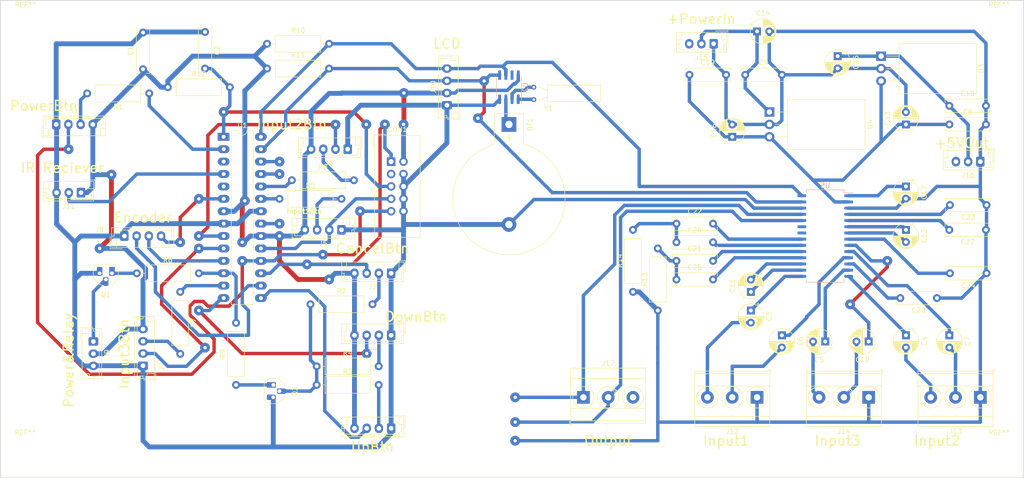
<source format=kicad_pcb>
(kicad_pcb (version 20171130) (host pcbnew 5.1.4+dfsg1-1)
  (layers (0 F.Cu signal) (31 B.Cu signal) (34 B.Paste user hide) (35 F.Paste user hide) (36 B.SilkS user hide) (37 F.SilkS user) (38 B.Mask user) (39 F.Mask user) (44 Edge.Cuts user))
  (net 0 "")
  (net 1 "Net-(BT1-Pad1)")
  (net 2 GND)
  (net 3 /Reset)
  (net 4 VCC)
  (net 5 GNDA)
  (net 6 "Net-(C3-Pad1)")
  (net 7 /+9V)
  (net 8 "Net-(C7-Pad2)")
  (net 9 "Net-(C7-Pad1)")
  (net 10 "Net-(C10-Pad1)")
  (net 11 "Net-(C10-Pad2)")
  (net 12 "Net-(C11-Pad1)")
  (net 13 "Net-(C11-Pad2)")
  (net 14 "Net-(C12-Pad1)")
  (net 15 "Net-(C14-Pad1)")
  (net 16 "Net-(C17-Pad1)")
  (net 17 "Net-(C20-Pad2)")
  (net 18 "Net-(C21-Pad2)")
  (net 19 "Net-(C22-Pad2)")
  (net 20 /BTN3_MOSI)
  (net 21 "Net-(CON1-Pad3)")
  (net 22 /PowerBTN_MISO)
  (net 23 /SCL)
  (net 24 /SDA)
  (net 25 /IRint)
  (net 26 /RIGHT)
  (net 27 /LEFT)
  (net 28 /ENC0)
  (net 29 /ENC1)
  (net 30 /BTN2)
  (net 31 /BTN1)
  (net 32 /BTN0)
  (net 33 "Net-(Q1-Pad1)")
  (net 34 /Power)
  (net 35 "Net-(U1-Pad3)")
  (net 36 "Net-(U1-Pad5)")
  (net 37 "Net-(U2-Pad1)")
  (net 38 "Net-(U2-Pad2)")
  (net 39 "Net-(U2-Pad7)")
  (net 40 "Net-(C3-Pad2)")
  (net 41 "Net-(C4-Pad1)")
  (net 42 "Net-(C4-Pad2)")
  (net 43 "Net-(C5-Pad1)")
  (net 44 "Net-(C5-Pad2)")
  (net 45 "Net-(C6-Pad2)")
  (net 46 "Net-(C6-Pad1)")
  (net 47 "Net-(C23-Pad2)")
  (net 48 /StandBy)
  (net 49 "Net-(Q2-Pad1)")
  (net 50 /Input1Led)
  (net 51 /Input2Btn)
  (net 52 /Input2Led)
  (net 53 /Input3Btn)
  (net 54 /Input3Led)
  (net 55 /Input1BTN_SCK)
  (net 56 /PowerLEDGND)
  (net 57 "Net-(J9-Pad1)")
  (net 58 "Net-(J1-Pad3)")
  (net 59 "Net-(J2-Pad2)")
  (net 60 "Net-(J3-Pad2)")
  (net 61 "Net-(J4-Pad2)")
  (net 62 "Net-(J5-Pad3)")
  (net 63 "Net-(J6-Pad3)")
  (net 64 "Net-(J7-Pad3)")
  (net 65 "Net-(C12-Pad2)")
  (net 66 "Net-(C15-Pad1)")
  (net 67 "Net-(C21-Pad1)")
  (net 68 "Net-(C22-Pad1)")
  (net 69 "Net-(C24-Pad2)")
  (net 70 "Net-(C25-Pad2)")
  (net 71 "Net-(C26-Pad2)")
  (net 72 "Net-(C27-Pad2)")
  (net 73 "Net-(J15-Pad3)")
  (net 74 "Net-(J16-Pad3)")
  (net 75 "Net-(U5-Pad22)")
  (net 76 "Net-(U5-Pad23)")
  (module MountingHole:MountingHole_3.2mm_M3 (layer F.Cu) (at 241.3 26.67)
    (fp_text reference REF** (at 0 -4.2) (layer F.SilkS))
    (fp_text value MountingHole_3.2mm_M3)
    (pad 1 np_thru_hole circle (at 0 0) (size 3.2 3.2) (drill 3.2) (layers *.Cu *.Mask))
  )
  (module MountingHole:MountingHole_3.2mm_M3 (layer F.Cu) (at 241.3 114.3)
    (fp_text reference REF** (at 0 -4.2) (layer F.SilkS))
    (fp_text value MountingHole_3.2mm_M3)
    (pad 1 np_thru_hole circle (at 0 0) (size 3.2 3.2) (drill 3.2) (layers *.Cu *.Mask))
  )
  (module MountingHole:MountingHole_3.2mm_M3 (layer F.Cu) (at 41.91 114.3)
    (fp_text reference REF** (at 0 -4.2) (layer F.SilkS))
    (fp_text value MountingHole_3.2mm_M3)
    (pad 1 np_thru_hole circle (at 0 0) (size 3.2 3.2) (drill 3.2) (layers *.Cu *.Mask))
  )
  (module MountingHole:MountingHole_3.2mm_M3 (layer F.Cu) (at 41.91 26.67)
    (fp_text reference REF** (at 0 -4.2) (layer F.SilkS))
    (fp_text value MountingHole_3.2mm_M3)
    (pad 1 np_thru_hole circle (at 0 0) (size 3.2 3.2) (drill 3.2) (layers *.Cu *.Mask))
  )
  (module Capacitor_THT:CP_Radial_D5.0mm_P2.50mm (layer F.Cu) (at 196.85 90.17 270)
    (fp_text reference C6 (at 1.25 -3.75 90) (layer F.SilkS))
    (fp_text value 2.2uF)
    (pad 2 thru_hole circle (at 2.5 0 270) (size 1.6 1.6) (drill 0.8) (layers *.Cu *.Mask) (net 45 "Net-(C6-Pad2)"))
    (pad 1 thru_hole rect (at 0 0 270) (size 1.6 1.6) (drill 0.8) (layers *.Cu *.Mask) (net 46 "Net-(C6-Pad1)"))
  )
  (module Capacitor_THT:C_Rect_L9.0mm_W2.5mm_P7.50mm_MKT (layer F.Cu) (at 78.74 28.06 270)
    (fp_text reference C2 (at 3.75 -2.5 90) (layer F.SilkS))
    (fp_text value 100nF)
    (pad 2 thru_hole circle (at 7.5 0 270) (size 1.6 1.6) (drill 0.8) (layers *.Cu *.Mask) (net 3 /Reset))
    (pad 1 thru_hole circle (at 0 0 270) (size 1.6 1.6) (drill 0.8) (layers *.Cu *.Mask) (net 2 GND))
  )
  (module Capacitor_THT:C_Rect_L9.0mm_W2.5mm_P7.50mm_MKT (layer F.Cu) (at 66.04 35.68 90)
    (fp_text reference C1 (at 3.75 -2.5 90) (layer F.SilkS))
    (fp_text value 100nF)
    (pad 1 thru_hole circle (at 0 0 90) (size 1.6 1.6) (drill 0.8) (layers *.Cu *.Mask) (net 4 VCC))
    (pad 2 thru_hole circle (at 7.5 0 90) (size 1.6 1.6) (drill 0.8) (layers *.Cu *.Mask) (net 2 GND))
  )
  (module Capacitor_THT:C_Rect_L9.0mm_W2.5mm_P7.50mm_MKT (layer F.Cu) (at 189.35 36.83)
    (fp_text reference C9 (at 3.75 -2.5) (layer F.SilkS))
    (fp_text value 0.33uF)
    (pad 2 thru_hole circle (at 7.5 0) (size 1.6 1.6) (drill 0.8) (layers *.Cu *.Mask) (net 5 GNDA))
    (pad 1 thru_hole circle (at 0 0) (size 1.6 1.6) (drill 0.8) (layers *.Cu *.Mask) (net 15 "Net-(C14-Pad1)"))
  )
  (module Capacitor_THT:CP_Radial_D5.0mm_P2.50mm (layer F.Cu) (at 191.77 27.94)
    (fp_text reference C14 (at 1.25 -3.75) (layer F.SilkS))
    (fp_text value 100uF)
    (pad 2 thru_hole circle (at 2.5 0) (size 1.6 1.6) (drill 0.8) (layers *.Cu *.Mask) (net 5 GNDA))
    (pad 1 thru_hole rect (at 0 0) (size 1.6 1.6) (drill 0.8) (layers *.Cu *.Mask) (net 15 "Net-(C14-Pad1)"))
  )
  (module Capacitor_THT:CP_Radial_D5.0mm_P2.50mm (layer F.Cu) (at 186.69 49.53 90)
    (fp_text reference C16 (at 1.25 -3.75 90) (layer F.SilkS))
    (fp_text value 100uF)
    (pad 1 thru_hole rect (at 0 0 90) (size 1.6 1.6) (drill 0.8) (layers *.Cu *.Mask) (net 7 /+9V))
    (pad 2 thru_hole circle (at 2.5 0 90) (size 1.6 1.6) (drill 0.8) (layers *.Cu *.Mask) (net 5 GNDA))
  )
  (module Capacitor_THT:C_Rect_L9.0mm_W2.5mm_P7.50mm_MKT (layer F.Cu) (at 177.92 36.83)
    (fp_text reference C19 (at 3.75 -2.5) (layer F.SilkS))
    (fp_text value 100nF)
    (pad 1 thru_hole circle (at 0 0) (size 1.6 1.6) (drill 0.8) (layers *.Cu *.Mask) (net 7 /+9V))
    (pad 2 thru_hole circle (at 7.5 0) (size 1.6 1.6) (drill 0.8) (layers *.Cu *.Mask) (net 5 GNDA))
  )
  (module Capacitor_THT:CP_Radial_D5.0mm_P2.50mm (layer F.Cu) (at 190.5 85.09 270)
    (fp_text reference C3 (at 1.25 -3.75 90) (layer F.SilkS))
    (fp_text value 2.2uF)
    (pad 2 thru_hole circle (at 2.5 0 270) (size 1.6 1.6) (drill 0.8) (layers *.Cu *.Mask) (net 40 "Net-(C3-Pad2)"))
    (pad 1 thru_hole rect (at 0 0 270) (size 1.6 1.6) (drill 0.8) (layers *.Cu *.Mask) (net 6 "Net-(C3-Pad1)"))
  )
  (module Capacitor_THT:CP_Radial_D5.0mm_P2.50mm (layer F.Cu) (at 222.25 90.17 270)
    (fp_text reference C4 (at 1.25 -3.75 90) (layer F.SilkS))
    (fp_text value 2.2uF)
    (pad 1 thru_hole rect (at 0 0 270) (size 1.6 1.6) (drill 0.8) (layers *.Cu *.Mask) (net 41 "Net-(C4-Pad1)"))
    (pad 2 thru_hole circle (at 2.5 0 270) (size 1.6 1.6) (drill 0.8) (layers *.Cu *.Mask) (net 42 "Net-(C4-Pad2)"))
  )
  (module Capacitor_THT:CP_Radial_D5.0mm_P2.50mm (layer F.Cu) (at 231.14 90.17 270)
    (fp_text reference C7 (at 1.25 -3.75 90) (layer F.SilkS))
    (fp_text value 2.2uF)
    (pad 1 thru_hole rect (at 0 0 270) (size 1.6 1.6) (drill 0.8) (layers *.Cu *.Mask) (net 9 "Net-(C7-Pad1)"))
    (pad 2 thru_hole circle (at 2.5 0 270) (size 1.6 1.6) (drill 0.8) (layers *.Cu *.Mask) (net 8 "Net-(C7-Pad2)"))
  )
  (module Capacitor_THT:CP_Radial_D5.0mm_P2.50mm (layer F.Cu) (at 205.74 91.44 180)
    (fp_text reference C5 (at 1.25 -3.75) (layer F.SilkS))
    (fp_text value 2.2uF)
    (pad 1 thru_hole rect (at 0 0 180) (size 1.6 1.6) (drill 0.8) (layers *.Cu *.Mask) (net 43 "Net-(C5-Pad1)"))
    (pad 2 thru_hole circle (at 2.5 0 180) (size 1.6 1.6) (drill 0.8) (layers *.Cu *.Mask) (net 44 "Net-(C5-Pad2)"))
  )
  (module Capacitor_THT:CP_Radial_D5.0mm_P2.50mm (layer F.Cu) (at 214.63 91.44 180)
    (fp_text reference C10 (at 1.25 -3.75) (layer F.SilkS))
    (fp_text value 2.2uF)
    (pad 2 thru_hole circle (at 2.5 0 180) (size 1.6 1.6) (drill 0.8) (layers *.Cu *.Mask) (net 11 "Net-(C10-Pad2)"))
    (pad 1 thru_hole rect (at 0 0 180) (size 1.6 1.6) (drill 0.8) (layers *.Cu *.Mask) (net 10 "Net-(C10-Pad1)"))
  )
  (module Capacitor_THT:C_Rect_L9.0mm_W2.5mm_P7.50mm_MKT (layer F.Cu) (at 228.6 82.55 180)
    (fp_text reference C20 (at 3.75 -2.5) (layer F.SilkS))
    (fp_text value 100nF)
    (pad 1 thru_hole circle (at 0 0 180) (size 1.6 1.6) (drill 0.8) (layers *.Cu *.Mask) (net 5 GNDA))
    (pad 2 thru_hole circle (at 7.5 0 180) (size 1.6 1.6) (drill 0.8) (layers *.Cu *.Mask) (net 17 "Net-(C20-Pad2)"))
  )
  (module Capacitor_THT:CP_Radial_D5.0mm_P2.50mm (layer F.Cu) (at 190.5 81.28 90)
    (fp_text reference C11 (at 1.25 -3.75 90) (layer F.SilkS))
    (fp_text value 2.2uF)
    (pad 1 thru_hole rect (at 0 0 90) (size 1.6 1.6) (drill 0.8) (layers *.Cu *.Mask) (net 12 "Net-(C11-Pad1)"))
    (pad 2 thru_hole circle (at 2.5 0 90) (size 1.6 1.6) (drill 0.8) (layers *.Cu *.Mask) (net 13 "Net-(C11-Pad2)"))
  )
  (module Capacitor_THT:C_Rect_L9.0mm_W2.5mm_P7.50mm_MKT (layer F.Cu) (at 238.76 77.47 180)
    (fp_text reference C24 (at 3.75 -2.5) (layer F.SilkS))
    (fp_text value 100nF)
    (pad 2 thru_hole circle (at 7.5 0 180) (size 1.6 1.6) (drill 0.8) (layers *.Cu *.Mask) (net 69 "Net-(C24-Pad2)"))
    (pad 1 thru_hole circle (at 0 0 180) (size 1.6 1.6) (drill 0.8) (layers *.Cu *.Mask) (net 5 GNDA))
  )
  (module Capacitor_THT:C_Rect_L9.0mm_W2.5mm_P7.50mm_MKT (layer F.Cu) (at 175.26 74.93)
    (fp_text reference C21 (at 3.75 -2.5) (layer F.SilkS))
    (fp_text value 100nF)
    (pad 2 thru_hole circle (at 7.5 0) (size 1.6 1.6) (drill 0.8) (layers *.Cu *.Mask) (net 18 "Net-(C21-Pad2)"))
    (pad 1 thru_hole circle (at 0 0) (size 1.6 1.6) (drill 0.8) (layers *.Cu *.Mask) (net 67 "Net-(C21-Pad1)"))
  )
  (module Capacitor_THT:CP_Radial_D5.0mm_P2.50mm (layer F.Cu) (at 222.25 68.58 270)
    (fp_text reference C12 (at 1.25 -3.75 90) (layer F.SilkS))
    (fp_text value 2.2uF)
    (pad 1 thru_hole rect (at 0 0 270) (size 1.6 1.6) (drill 0.8) (layers *.Cu *.Mask) (net 14 "Net-(C12-Pad1)"))
    (pad 2 thru_hole circle (at 2.5 0 270) (size 1.6 1.6) (drill 0.8) (layers *.Cu *.Mask) (net 65 "Net-(C12-Pad2)"))
  )
  (module Capacitor_THT:C_Rect_L9.0mm_W2.5mm_P7.50mm_MKT (layer F.Cu) (at 175.26 78.74)
    (fp_text reference C25 (at 3.75 -2.5) (layer F.SilkS))
    (fp_text value 100nF)
    (pad 2 thru_hole circle (at 7.5 0) (size 1.6 1.6) (drill 0.8) (layers *.Cu *.Mask) (net 70 "Net-(C25-Pad2)"))
    (pad 1 thru_hole circle (at 0 0) (size 1.6 1.6) (drill 0.8) (layers *.Cu *.Mask) (net 67 "Net-(C21-Pad1)"))
  )
  (module Capacitor_THT:C_Rect_L9.0mm_W2.5mm_P7.50mm_MKT (layer F.Cu) (at 175.26 67.31)
    (fp_text reference C22 (at 3.75 -2.5) (layer F.SilkS))
    (fp_text value 100nF)
    (pad 2 thru_hole circle (at 7.5 0) (size 1.6 1.6) (drill 0.8) (layers *.Cu *.Mask) (net 19 "Net-(C22-Pad2)"))
    (pad 1 thru_hole circle (at 0 0) (size 1.6 1.6) (drill 0.8) (layers *.Cu *.Mask) (net 68 "Net-(C22-Pad1)"))
  )
  (module Capacitor_THT:C_Rect_L9.0mm_W2.5mm_P7.50mm_MKT (layer F.Cu) (at 175.26 71.12)
    (fp_text reference C26 (at 3.75 -2.5) (layer F.SilkS))
    (fp_text value 100nF)
    (pad 1 thru_hole circle (at 0 0) (size 1.6 1.6) (drill 0.8) (layers *.Cu *.Mask) (net 68 "Net-(C22-Pad1)"))
    (pad 2 thru_hole circle (at 7.5 0) (size 1.6 1.6) (drill 0.8) (layers *.Cu *.Mask) (net 71 "Net-(C26-Pad2)"))
  )
  (module Capacitor_THT:C_Rect_L9.0mm_W2.5mm_P7.50mm_MKT (layer F.Cu) (at 238.76 63.5 180)
    (fp_text reference C23 (at 3.75 -2.5) (layer F.SilkS))
    (fp_text value 2.7nF)
    (pad 1 thru_hole circle (at 0 0 180) (size 1.6 1.6) (drill 0.8) (layers *.Cu *.Mask) (net 5 GNDA))
    (pad 2 thru_hole circle (at 7.5 0 180) (size 1.6 1.6) (drill 0.8) (layers *.Cu *.Mask) (net 47 "Net-(C23-Pad2)"))
  )
  (module Capacitor_THT:C_Rect_L9.0mm_W2.5mm_P7.50mm_MKT (layer F.Cu) (at 238.64 68.58 180)
    (fp_text reference C27 (at 3.75 -2.5) (layer F.SilkS))
    (fp_text value 2.7nF)
    (pad 1 thru_hole circle (at 0 0 180) (size 1.6 1.6) (drill 0.8) (layers *.Cu *.Mask) (net 5 GNDA))
    (pad 2 thru_hole circle (at 7.5 0 180) (size 1.6 1.6) (drill 0.8) (layers *.Cu *.Mask) (net 72 "Net-(C27-Pad2)"))
  )
  (module Capacitor_THT:CP_Radial_D5.0mm_P2.50mm (layer F.Cu) (at 222.25 59.69 270)
    (fp_text reference C17 (at 1.25 -3.75 90) (layer F.SilkS))
    (fp_text value 2.2uF)
    (pad 2 thru_hole circle (at 2.5 0 270) (size 1.6 1.6) (drill 0.8) (layers *.Cu *.Mask) (net 5 GNDA))
    (pad 1 thru_hole rect (at 0 0 270) (size 1.6 1.6) (drill 0.8) (layers *.Cu *.Mask) (net 16 "Net-(C17-Pad1)"))
  )
  (module Connector_IDC:IDC-Header_2x05_P2.54mm_Vertical (layer F.Cu) (at 116.84 54.61)
    (fp_text reference CON1 (at 1.27 -6.604) (layer F.SilkS))
    (fp_text value AVR-ISP-10)
    (pad 1 thru_hole rect (at 0 0) (size 1.7272 1.7272) (drill 1.016) (layers *.Cu *.Mask) (net 20 /BTN3_MOSI))
    (pad 2 thru_hole oval (at 2.54 0) (size 1.7272 1.7272) (drill 1.016) (layers *.Cu *.Mask) (net 4 VCC))
    (pad 3 thru_hole oval (at 0 2.54) (size 1.7272 1.7272) (drill 1.016) (layers *.Cu *.Mask) (net 21 "Net-(CON1-Pad3)"))
    (pad 4 thru_hole oval (at 2.54 2.54) (size 1.7272 1.7272) (drill 1.016) (layers *.Cu *.Mask) (net 2 GND))
    (pad 5 thru_hole oval (at 0 5.08) (size 1.7272 1.7272) (drill 1.016) (layers *.Cu *.Mask) (net 3 /Reset))
    (pad 6 thru_hole oval (at 2.54 5.08) (size 1.7272 1.7272) (drill 1.016) (layers *.Cu *.Mask) (net 2 GND))
    (pad 7 thru_hole oval (at 0 7.62) (size 1.7272 1.7272) (drill 1.016) (layers *.Cu *.Mask) (net 55 /Input1BTN_SCK))
    (pad 8 thru_hole oval (at 2.54 7.62) (size 1.7272 1.7272) (drill 1.016) (layers *.Cu *.Mask) (net 2 GND))
    (pad 9 thru_hole oval (at 0 10.16) (size 1.7272 1.7272) (drill 1.016) (layers *.Cu *.Mask) (net 22 /PowerBTN_MISO))
    (pad 10 thru_hole oval (at 2.54 10.16) (size 1.7272 1.7272) (drill 1.016) (layers *.Cu *.Mask) (net 2 GND))
  )
  (module Package_TO_SOT_THT:TO-92_HandSolder (layer F.Cu) (at 59.69 77.47 180)
    (fp_text reference Q1 (at 1.27 -4.4) (layer F.SilkS))
    (fp_text value .)
    (pad 2 thru_hole roundrect (at 1.27 -1.27 180) (size 1.1 1.8) (drill 0.75 (offset 0 -0.4)) (layers *.Cu *.Mask) (net 57 "Net-(J9-Pad1)"))
    (pad 3 thru_hole roundrect (at 2.54 0 180) (size 1.1 1.8) (drill 0.75 (offset 0 0.4)) (layers *.Cu *.Mask) (net 2 GND))
    (pad 1 thru_hole rect (at 0 0 180) (size 1.1 1.8) (drill 0.75 (offset 0 0.4)) (layers *.Cu *.Mask) (net 33 "Net-(Q1-Pad1)"))
  )
  (module Package_SO:SOIC-8_3.9x4.9mm_P1.27mm (layer B.Cu) (at 140.97 39.37 90)
    (fp_text reference U2 (at 0 3.4 90) (layer B.SilkS) (effects (justify mirror)))
    (fp_text value DS1307+)
    (pad 1 smd roundrect (at -2.475 1.905 90) (size 1.95 0.6) (layers B.Cu B.Paste B.Mask) (net 37 "Net-(U2-Pad1)"))
    (pad 2 smd roundrect (at -2.475 0.635 90) (size 1.95 0.6) (layers B.Cu B.Paste B.Mask) (net 38 "Net-(U2-Pad2)"))
    (pad 3 smd roundrect (at -2.475 -0.635 90) (size 1.95 0.6) (layers B.Cu B.Paste B.Mask) (net 1 "Net-(BT1-Pad1)"))
    (pad 4 smd roundrect (at -2.475 -1.905 90) (size 1.95 0.6) (layers B.Cu B.Paste B.Mask) (net 2 GND))
    (pad 5 smd roundrect (at 2.475 -1.905 90) (size 1.95 0.6) (layers B.Cu B.Paste B.Mask) (net 24 /SDA))
    (pad 6 smd roundrect (at 2.475 -0.635 90) (size 1.95 0.6) (layers B.Cu B.Paste B.Mask) (net 23 /SCL))
    (pad 7 smd roundrect (at 2.475 0.635 90) (size 1.95 0.6) (layers B.Cu B.Paste B.Mask) (net 39 "Net-(U2-Pad7)"))
    (pad 8 smd roundrect (at 2.475 1.905 90) (size 1.95 0.6) (layers B.Cu B.Paste B.Mask) (net 4 VCC))
  )
  (module Package_TO_SOT_THT:TO-220-3_Horizontal_TabDown (layer F.Cu) (at 194.31 44.45 270)
    (fp_text reference U4 (at 2.54 -20.58 90) (layer F.SilkS))
    (fp_text value LM7809CT)
    (pad "" np_thru_hole oval (at 2.54 -16.66 270) (size 3.5 3.5) (drill 3.5) (layers *.Cu *.Mask))
    (pad 1 thru_hole rect (at 0 0 270) (size 1.905 2) (drill 1.1) (layers *.Cu *.Mask) (net 15 "Net-(C14-Pad1)"))
    (pad 2 thru_hole oval (at 2.54 0 270) (size 1.905 2) (drill 1.1) (layers *.Cu *.Mask) (net 5 GNDA))
    (pad 3 thru_hole oval (at 5.08 0 270) (size 1.905 2) (drill 1.1) (layers *.Cu *.Mask) (net 7 /+9V))
  )
  (module Package_SO:SOIC-28W_7.5x18.7mm_P1.27mm (layer B.Cu) (at 205.74 69.85 180)
    (fp_text reference U5 (at 0 10.3) (layer B.SilkS) (effects (justify mirror)))
    (fp_text value TDA7313)
    (pad 1 smd roundrect (at -4.8 8.255 180) (size 1.8 0.6) (layers B.Cu B.Paste B.Mask) (net 16 "Net-(C17-Pad1)"))
    (pad 2 smd roundrect (at -4.8 6.985 180) (size 1.8 0.6) (layers B.Cu B.Paste B.Mask) (net 7 /+9V))
    (pad 3 smd roundrect (at -4.8 5.715 180) (size 1.8 0.6) (layers B.Cu B.Paste B.Mask) (net 5 GNDA))
    (pad 4 smd roundrect (at -4.8 4.445 180) (size 1.8 0.6) (layers B.Cu B.Paste B.Mask) (net 47 "Net-(C23-Pad2)"))
    (pad 5 smd roundrect (at -4.8 3.175 180) (size 1.8 0.6) (layers B.Cu B.Paste B.Mask) (net 72 "Net-(C27-Pad2)"))
    (pad 6 smd roundrect (at -4.8 1.905 180) (size 1.8 0.6) (layers B.Cu B.Paste B.Mask) (net 14 "Net-(C12-Pad1)"))
    (pad 7 smd roundrect (at -4.8 0.635 180) (size 1.8 0.6) (layers B.Cu B.Paste B.Mask) (net 65 "Net-(C12-Pad2)"))
    (pad 8 smd roundrect (at -4.8 -0.635 180) (size 1.8 0.6) (layers B.Cu B.Paste B.Mask) (net 69 "Net-(C24-Pad2)"))
    (pad 9 smd roundrect (at -4.8 -1.905 180) (size 1.8 0.6) (layers B.Cu B.Paste B.Mask) (net 10 "Net-(C10-Pad1)"))
    (pad 10 smd roundrect (at -4.8 -3.175 180) (size 1.8 0.6) (layers B.Cu B.Paste B.Mask) (net 9 "Net-(C7-Pad1)"))
    (pad 11 smd roundrect (at -4.8 -4.445 180) (size 1.8 0.6) (layers B.Cu B.Paste B.Mask) (net 46 "Net-(C6-Pad1)"))
    (pad 12 smd roundrect (at -4.8 -5.715 180) (size 1.8 0.6) (layers B.Cu B.Paste B.Mask) (net 17 "Net-(C20-Pad2)"))
    (pad 13 smd roundrect (at -4.8 -6.985 180) (size 1.8 0.6) (layers B.Cu B.Paste B.Mask) (net 43 "Net-(C5-Pad1)"))
    (pad 14 smd roundrect (at -4.8 -8.255 180) (size 1.8 0.6) (layers B.Cu B.Paste B.Mask) (net 41 "Net-(C4-Pad1)"))
    (pad 15 smd roundrect (at 4.8 -8.255 180) (size 1.8 0.6) (layers B.Cu B.Paste B.Mask) (net 6 "Net-(C3-Pad1)"))
    (pad 16 smd roundrect (at 4.8 -6.985 180) (size 1.8 0.6) (layers B.Cu B.Paste B.Mask) (net 12 "Net-(C11-Pad1)"))
    (pad 17 smd roundrect (at 4.8 -5.715 180) (size 1.8 0.6) (layers B.Cu B.Paste B.Mask) (net 13 "Net-(C11-Pad2)"))
    (pad 18 smd roundrect (at 4.8 -4.445 180) (size 1.8 0.6) (layers B.Cu B.Paste B.Mask) (net 70 "Net-(C25-Pad2)"))
    (pad 19 smd roundrect (at 4.8 -3.175 180) (size 1.8 0.6) (layers B.Cu B.Paste B.Mask) (net 18 "Net-(C21-Pad2)"))
    (pad 20 smd roundrect (at 4.8 -1.905 180) (size 1.8 0.6) (layers B.Cu B.Paste B.Mask) (net 71 "Net-(C26-Pad2)"))
    (pad 21 smd roundrect (at 4.8 -0.635 180) (size 1.8 0.6) (layers B.Cu B.Paste B.Mask) (net 19 "Net-(C22-Pad2)"))
    (pad 22 smd roundrect (at 4.8 0.635 180) (size 1.8 0.6) (layers B.Cu B.Paste B.Mask) (net 75 "Net-(U5-Pad22)"))
    (pad 23 smd roundrect (at 4.8 1.905 180) (size 1.8 0.6) (layers B.Cu B.Paste B.Mask) (net 76 "Net-(U5-Pad23)"))
    (pad 24 smd roundrect (at 4.8 3.175 180) (size 1.8 0.6) (layers B.Cu B.Paste B.Mask) (net 26 /RIGHT))
    (pad 25 smd roundrect (at 4.8 4.445 180) (size 1.8 0.6) (layers B.Cu B.Paste B.Mask) (net 27 /LEFT))
    (pad 26 smd roundrect (at 4.8 5.715 180) (size 1.8 0.6) (layers B.Cu B.Paste B.Mask) (net 2 GND))
    (pad 27 smd roundrect (at 4.8 6.985 180) (size 1.8 0.6) (layers B.Cu B.Paste B.Mask) (net 24 /SDA))
    (pad 28 smd roundrect (at 4.8 8.255 180) (size 1.8 0.6) (layers B.Cu B.Paste B.Mask) (net 23 /SCL))
  )
  (module Crystal:Crystal_AT310_D3.0mm_L10.0mm_Horizontal (layer F.Cu) (at 146.05 41.91 90)
    (fp_text reference Y1 (at -1.75 3) (layer F.SilkS))
    (fp_text value Crystal)
    (pad 1 thru_hole circle (at 0 0 90) (size 1 1) (drill 0.5) (layers *.Cu *.Mask) (net 37 "Net-(U2-Pad1)"))
    (pad 2 thru_hole circle (at 2.54 0 90) (size 1 1) (drill 0.5) (layers *.Cu *.Mask) (net 38 "Net-(U2-Pad2)"))
  )
  (module Battery:BatteryHolder_Keystone_103_1x20mm (layer F.Cu) (at 140.97 46.99 270)
    (fp_text reference BT1 (at 0 -4.3 90) (layer F.SilkS))
    (fp_text value Battery_Cell)
    (fp_text user + (at 2.75 0 90) (layer F.SilkS) (effects (font (size 1.5 1.5))))
    (pad 2 thru_hole circle (at 20.49 0 270) (size 3 3) (drill 1.5) (layers *.Cu *.Mask) (net 2 GND))
    (pad 1 thru_hole rect (at 0 0 270) (size 3 3) (drill 1.5) (layers *.Cu *.Mask) (net 1 "Net-(BT1-Pad1)"))
  )
  (module Package_DIP:DIP-28_W7.62mm_LongPads (layer F.Cu) (at 82.55 49.53)
    (fp_text reference U1 (at 3.81 -2.33) (layer F.SilkS))
    (fp_text value ATMEGA8A-PU)
    (pad 1 thru_hole rect (at 0 0) (size 2.4 1.6) (drill 0.8) (layers *.Cu *.Mask) (net 3 /Reset))
    (pad 15 thru_hole oval (at 7.62 33.02) (size 2.4 1.6) (drill 0.8) (layers *.Cu *.Mask) (net 31 /BTN1))
    (pad 2 thru_hole oval (at 0 2.54) (size 2.4 1.6) (drill 0.8) (layers *.Cu *.Mask) (net 48 /StandBy))
    (pad 16 thru_hole oval (at 7.62 30.48) (size 2.4 1.6) (drill 0.8) (layers *.Cu *.Mask) (net 30 /BTN2))
    (pad 3 thru_hole oval (at 0 5.08) (size 2.4 1.6) (drill 0.8) (layers *.Cu *.Mask) (net 35 "Net-(U1-Pad3)"))
    (pad 17 thru_hole oval (at 7.62 27.94) (size 2.4 1.6) (drill 0.8) (layers *.Cu *.Mask) (net 20 /BTN3_MOSI))
    (pad 4 thru_hole oval (at 0 7.62) (size 2.4 1.6) (drill 0.8) (layers *.Cu *.Mask) (net 25 /IRint))
    (pad 18 thru_hole oval (at 7.62 25.4) (size 2.4 1.6) (drill 0.8) (layers *.Cu *.Mask) (net 22 /PowerBTN_MISO))
    (pad 5 thru_hole oval (at 0 10.16) (size 2.4 1.6) (drill 0.8) (layers *.Cu *.Mask) (net 36 "Net-(U1-Pad5)"))
    (pad 19 thru_hole oval (at 7.62 22.86) (size 2.4 1.6) (drill 0.8) (layers *.Cu *.Mask) (net 55 /Input1BTN_SCK))
    (pad 6 thru_hole oval (at 0 12.7) (size 2.4 1.6) (drill 0.8) (layers *.Cu *.Mask) (net 28 /ENC0))
    (pad 20 thru_hole oval (at 7.62 20.32) (size 2.4 1.6) (drill 0.8) (layers *.Cu *.Mask) (net 4 VCC))
    (pad 7 thru_hole oval (at 0 15.24) (size 2.4 1.6) (drill 0.8) (layers *.Cu *.Mask) (net 4 VCC))
    (pad 21 thru_hole oval (at 7.62 17.78) (size 2.4 1.6) (drill 0.8) (layers *.Cu *.Mask) (net 5 GNDA))
    (pad 8 thru_hole oval (at 0 17.78) (size 2.4 1.6) (drill 0.8) (layers *.Cu *.Mask) (net 2 GND))
    (pad 22 thru_hole oval (at 7.62 15.24) (size 2.4 1.6) (drill 0.8) (layers *.Cu *.Mask) (net 2 GND))
    (pad 9 thru_hole oval (at 0 20.32) (size 2.4 1.6) (drill 0.8) (layers *.Cu *.Mask) (net 51 /Input2Btn))
    (pad 23 thru_hole oval (at 7.62 12.7) (size 2.4 1.6) (drill 0.8) (layers *.Cu *.Mask) (net 50 /Input1Led))
    (pad 10 thru_hole oval (at 0 22.86) (size 2.4 1.6) (drill 0.8) (layers *.Cu *.Mask) (net 53 /Input3Btn))
    (pad 24 thru_hole oval (at 7.62 10.16) (size 2.4 1.6) (drill 0.8) (layers *.Cu *.Mask) (net 52 /Input2Led))
    (pad 11 thru_hole oval (at 0 25.4) (size 2.4 1.6) (drill 0.8) (layers *.Cu *.Mask) (net 29 /ENC1))
    (pad 25 thru_hole oval (at 7.62 7.62) (size 2.4 1.6) (drill 0.8) (layers *.Cu *.Mask) (net 27 /LEFT))
    (pad 12 thru_hole oval (at 0 27.94) (size 2.4 1.6) (drill 0.8) (layers *.Cu *.Mask) (net 34 /Power))
    (pad 26 thru_hole oval (at 7.62 5.08) (size 2.4 1.6) (drill 0.8) (layers *.Cu *.Mask) (net 26 /RIGHT))
    (pad 13 thru_hole oval (at 0 30.48) (size 2.4 1.6) (drill 0.8) (layers *.Cu *.Mask) (net 54 /Input3Led))
    (pad 27 thru_hole oval (at 7.62 2.54) (size 2.4 1.6) (drill 0.8) (layers *.Cu *.Mask) (net 24 /SDA))
    (pad 14 thru_hole oval (at 0 33.02) (size 2.4 1.6) (drill 0.8) (layers *.Cu *.Mask) (net 32 /BTN0))
    (pad 28 thru_hole oval (at 7.62 0) (size 2.4 1.6) (drill 0.8) (layers *.Cu *.Mask) (net 23 /SCL))
  )
  (module Package_TO_SOT_THT:TO-92_HandSolder (layer F.Cu) (at 92.71 100.33 270)
    (fp_text reference Q2 (at 1.27 -4.4 90) (layer F.SilkS))
    (fp_text value .)
    (pad 2 thru_hole roundrect (at 1.27 -1.27 270) (size 1.1 1.8) (drill 0.75 (offset 0 -0.4)) (layers *.Cu *.Mask) (net 56 /PowerLEDGND))
    (pad 3 thru_hole roundrect (at 2.54 0 270) (size 1.1 1.8) (drill 0.75 (offset 0 0.4)) (layers *.Cu *.Mask) (net 2 GND))
    (pad 1 thru_hole rect (at 0 0 270) (size 1.1 1.8) (drill 0.75 (offset 0 0.4)) (layers *.Cu *.Mask) (net 49 "Net-(Q2-Pad1)"))
  )
  (module Connector_JST:JST_EH_B4B-EH-A_1x04_P2.50mm_Vertical (layer F.Cu) (at 62.23 69.85)
    (fp_text reference J8 (at -5.08 -1.27) (layer F.SilkS))
    (fp_text value Conn_01x04)
    (pad 4 thru_hole oval (at 7.5 0) (size 1.7 1.95) (drill 0.95) (layers *.Cu *.Mask) (net 28 /ENC0))
    (pad 3 thru_hole oval (at 5 0) (size 1.7 1.95) (drill 0.95) (layers *.Cu *.Mask) (net 29 /ENC1))
    (pad 2 thru_hole oval (at 2.5 0) (size 1.7 1.95) (drill 0.95) (layers *.Cu *.Mask) (net 30 /BTN2))
    (pad 1 thru_hole roundrect (at 0 0) (size 1.7 1.95) (drill 0.95) (layers *.Cu *.Mask) (roundrect_rratio 0.147059) (net 2 GND))
  )
  (module Connector_JST:JST_EH_B4B-EH-A_1x04_P2.50mm_Vertical (layer F.Cu) (at 48.26 46.99)
    (fp_text reference J1 (at 3.75 -2.8) (layer F.SilkS))
    (fp_text value Conn_01x04)
    (pad 1 thru_hole roundrect (at 0 0) (size 1.7 1.95) (drill 0.95) (layers *.Cu *.Mask) (roundrect_rratio 0.147059) (net 2 GND))
    (pad 2 thru_hole oval (at 2.5 0) (size 1.7 1.95) (drill 0.95) (layers *.Cu *.Mask) (net 22 /PowerBTN_MISO))
    (pad 3 thru_hole oval (at 5 0) (size 1.7 1.95) (drill 0.95) (layers *.Cu *.Mask) (net 58 "Net-(J1-Pad3)"))
    (pad 4 thru_hole oval (at 7.5 0) (size 1.7 1.95) (drill 0.95) (layers *.Cu *.Mask) (net 4 VCC))
  )
  (module Connector_JST:JST_EH_B4B-EH-A_1x04_P2.50mm_Vertical (layer F.Cu) (at 116.84 77.47 180)
    (fp_text reference J2 (at 3.75 -2.8) (layer F.SilkS))
    (fp_text value Conn_01x04)
    (pad 1 thru_hole roundrect (at 0 0 180) (size 1.7 1.95) (drill 0.95) (layers *.Cu *.Mask) (roundrect_rratio 0.147059) (net 2 GND))
    (pad 2 thru_hole oval (at 2.5 0 180) (size 1.7 1.95) (drill 0.95) (layers *.Cu *.Mask) (net 59 "Net-(J2-Pad2)"))
    (pad 3 thru_hole oval (at 5 0 180) (size 1.7 1.95) (drill 0.95) (layers *.Cu *.Mask) (net 20 /BTN3_MOSI))
    (pad 4 thru_hole oval (at 7.5 0 180) (size 1.7 1.95) (drill 0.95) (layers *.Cu *.Mask) (net 4 VCC))
  )
  (module Connector_JST:JST_EH_B3B-EH-A_1x03_P2.50mm_Vertical (layer F.Cu) (at 55.88 91.44 270)
    (fp_text reference J9 (at 2.5 -2.8 90) (layer F.SilkS))
    (fp_text value Conn_01x03)
    (pad 1 thru_hole roundrect (at 0 0 270) (size 1.7 1.95) (drill 0.95) (layers *.Cu *.Mask) (roundrect_rratio 0.147059) (net 57 "Net-(J9-Pad1)"))
    (pad 2 thru_hole oval (at 2.5 0 270) (size 1.7 1.95) (drill 0.95) (layers *.Cu *.Mask) (net 4 VCC))
    (pad 3 thru_hole oval (at 5 0 270) (size 1.7 1.95) (drill 0.95) (layers *.Cu *.Mask) (net 2 GND))
  )
  (module Connector_JST:JST_EH_B4B-EH-A_1x04_P2.50mm_Vertical (layer F.Cu) (at 128.27 43.06 90)
    (fp_text reference J10 (at 3.75 -2.8 90) (layer F.SilkS))
    (fp_text value Conn_01x04)
    (pad 1 thru_hole roundrect (at 0 0 90) (size 1.7 1.95) (drill 0.95) (layers *.Cu *.Mask) (roundrect_rratio 0.147059) (net 2 GND))
    (pad 2 thru_hole oval (at 2.5 0 90) (size 1.7 1.95) (drill 0.95) (layers *.Cu *.Mask) (net 4 VCC))
    (pad 3 thru_hole oval (at 5 0 90) (size 1.7 1.95) (drill 0.95) (layers *.Cu *.Mask) (net 24 /SDA))
    (pad 4 thru_hole oval (at 7.5 0 90) (size 1.7 1.95) (drill 0.95) (layers *.Cu *.Mask) (net 23 /SCL))
  )
  (module Connector_JST:JST_EH_B3B-EH-A_1x03_P2.50mm_Vertical (layer F.Cu) (at 53.34 60.96 180)
    (fp_text reference J11 (at 2.5 -2.8) (layer F.SilkS))
    (fp_text value CONN_01X03)
    (pad 1 thru_hole roundrect (at 0 0 180) (size 1.7 1.95) (drill 0.95) (layers *.Cu *.Mask) (roundrect_rratio 0.147059) (net 4 VCC))
    (pad 2 thru_hole oval (at 2.5 0 180) (size 1.7 1.95) (drill 0.95) (layers *.Cu *.Mask) (net 25 /IRint))
    (pad 3 thru_hole oval (at 5 0 180) (size 1.7 1.95) (drill 0.95) (layers *.Cu *.Mask) (net 2 GND))
  )
  (module Connector_JST:JST_EH_B4B-EH-A_1x04_P2.50mm_Vertical (layer F.Cu) (at 116.84 109.22 180)
    (fp_text reference J3 (at 3.75 -2.8) (layer F.SilkS))
    (fp_text value Conn_01x04)
    (pad 1 thru_hole roundrect (at 0 0 180) (size 1.7 1.95) (drill 0.95) (layers *.Cu *.Mask) (roundrect_rratio 0.147059) (net 2 GND))
    (pad 2 thru_hole oval (at 2.5 0 180) (size 1.7 1.95) (drill 0.95) (layers *.Cu *.Mask) (net 60 "Net-(J3-Pad2)"))
    (pad 3 thru_hole oval (at 5 0 180) (size 1.7 1.95) (drill 0.95) (layers *.Cu *.Mask) (net 31 /BTN1))
    (pad 4 thru_hole oval (at 7.5 0 180) (size 1.7 1.95) (drill 0.95) (layers *.Cu *.Mask) (net 4 VCC))
  )
  (module Connector_JST:JST_EH_B4B-EH-A_1x04_P2.50mm_Vertical (layer F.Cu) (at 116.84 90.17 180)
    (fp_text reference J4 (at 3.75 -2.8) (layer F.SilkS))
    (fp_text value Conn_01x04)
    (pad 4 thru_hole oval (at 7.5 0 180) (size 1.7 1.95) (drill 0.95) (layers *.Cu *.Mask) (net 4 VCC))
    (pad 3 thru_hole oval (at 5 0 180) (size 1.7 1.95) (drill 0.95) (layers *.Cu *.Mask) (net 32 /BTN0))
    (pad 2 thru_hole oval (at 2.5 0 180) (size 1.7 1.95) (drill 0.95) (layers *.Cu *.Mask) (net 61 "Net-(J4-Pad2)"))
    (pad 1 thru_hole roundrect (at 0 0 180) (size 1.7 1.95) (drill 0.95) (layers *.Cu *.Mask) (roundrect_rratio 0.147059) (net 2 GND))
  )
  (module Connector_JST:JST_EH_B4B-EH-A_1x04_P2.50mm_Vertical (layer F.Cu) (at 106.68 68.58 180)
    (fp_text reference J5 (at 3.75 -2.8) (layer F.SilkS))
    (fp_text value Conn_01x04)
    (pad 4 thru_hole oval (at 7.5 0 180) (size 1.7 1.95) (drill 0.95) (layers *.Cu *.Mask) (net 4 VCC))
    (pad 3 thru_hole oval (at 5 0 180) (size 1.7 1.95) (drill 0.95) (layers *.Cu *.Mask) (net 62 "Net-(J5-Pad3)"))
    (pad 2 thru_hole oval (at 2.5 0 180) (size 1.7 1.95) (drill 0.95) (layers *.Cu *.Mask) (net 55 /Input1BTN_SCK))
    (pad 1 thru_hole roundrect (at 0 0 180) (size 1.7 1.95) (drill 0.95) (layers *.Cu *.Mask) (roundrect_rratio 0.147059) (net 2 GND))
  )
  (module Connector_JST:JST_EH_B4B-EH-A_1x04_P2.50mm_Vertical (layer F.Cu) (at 107.95 52.07 180)
    (fp_text reference J6 (at 3.75 -2.8) (layer F.SilkS))
    (fp_text value Conn_01x04)
    (pad 1 thru_hole roundrect (at 0 0 180) (size 1.7 1.95) (drill 0.95) (layers *.Cu *.Mask) (roundrect_rratio 0.147059) (net 2 GND))
    (pad 2 thru_hole oval (at 2.5 0 180) (size 1.7 1.95) (drill 0.95) (layers *.Cu *.Mask) (net 51 /Input2Btn))
    (pad 3 thru_hole oval (at 5 0 180) (size 1.7 1.95) (drill 0.95) (layers *.Cu *.Mask) (net 63 "Net-(J6-Pad3)"))
    (pad 4 thru_hole oval (at 7.5 0 180) (size 1.7 1.95) (drill 0.95) (layers *.Cu *.Mask) (net 4 VCC))
  )
  (module Connector_JST:JST_EH_B4B-EH-A_1x04_P2.50mm_Vertical (layer F.Cu) (at 66.04 96.4 90)
    (fp_text reference J7 (at -0.12 3.81 90) (layer F.SilkS))
    (fp_text value Conn_01x04)
    (pad 4 thru_hole oval (at 7.5 0 90) (size 1.7 1.95) (drill 0.95) (layers *.Cu *.Mask) (net 4 VCC))
    (pad 3 thru_hole oval (at 5 0 90) (size 1.7 1.95) (drill 0.95) (layers *.Cu *.Mask) (net 64 "Net-(J7-Pad3)"))
    (pad 2 thru_hole oval (at 2.5 0 90) (size 1.7 1.95) (drill 0.95) (layers *.Cu *.Mask) (net 53 /Input3Btn))
    (pad 1 thru_hole roundrect (at 0 0 90) (size 1.7 1.95) (drill 0.95) (layers *.Cu *.Mask) (roundrect_rratio 0.147059) (net 2 GND))
  )
  (module TerminalBlock_Phoenix:TerminalBlock_Phoenix_MKDS-3-3-5.08_1x03_P5.08mm_Horizontal (layer F.Cu) (at 191.77 102.87 180)
    (fp_text reference J12 (at 5.08 -6.96) (layer F.SilkS))
    (fp_text value Conn_01x03)
    (pad 1 thru_hole rect (at 0 0 180) (size 2.6 2.6) (drill 1.3) (layers *.Cu *.Mask) (net 5 GNDA))
    (pad 2 thru_hole circle (at 5.08 0 180) (size 2.6 2.6) (drill 1.3) (layers *.Cu *.Mask) (net 45 "Net-(C6-Pad2)"))
    (pad 3 thru_hole circle (at 10.16 0 180) (size 2.6 2.6) (drill 1.3) (layers *.Cu *.Mask) (net 40 "Net-(C3-Pad2)"))
  )
  (module TerminalBlock_Phoenix:TerminalBlock_Phoenix_MKDS-3-3-5.08_1x03_P5.08mm_Horizontal (layer F.Cu) (at 237.49 102.87 180)
    (fp_text reference J13 (at 5.08 -6.96) (layer F.SilkS))
    (fp_text value Conn_01x03)
    (pad 3 thru_hole circle (at 10.16 0 180) (size 2.6 2.6) (drill 1.3) (layers *.Cu *.Mask) (net 42 "Net-(C4-Pad2)"))
    (pad 2 thru_hole circle (at 5.08 0 180) (size 2.6 2.6) (drill 1.3) (layers *.Cu *.Mask) (net 8 "Net-(C7-Pad2)"))
    (pad 1 thru_hole rect (at 0 0 180) (size 2.6 2.6) (drill 1.3) (layers *.Cu *.Mask) (net 5 GNDA))
  )
  (module TerminalBlock_Phoenix:TerminalBlock_Phoenix_MKDS-3-3-5.08_1x03_P5.08mm_Horizontal (layer F.Cu) (at 214.63 102.87 180)
    (fp_text reference J14 (at 5.08 -6.96) (layer F.SilkS))
    (fp_text value Conn_01x03)
    (pad 1 thru_hole rect (at 0 0 180) (size 2.6 2.6) (drill 1.3) (layers *.Cu *.Mask) (net 5 GNDA))
    (pad 2 thru_hole circle (at 5.08 0 180) (size 2.6 2.6) (drill 1.3) (layers *.Cu *.Mask) (net 11 "Net-(C10-Pad2)"))
    (pad 3 thru_hole circle (at 10.16 0 180) (size 2.6 2.6) (drill 1.3) (layers *.Cu *.Mask) (net 44 "Net-(C5-Pad2)"))
  )
  (module TerminalBlock_Phoenix:TerminalBlock_Phoenix_MKDS-3-3-5.08_1x03_P5.08mm_Horizontal (layer F.Cu) (at 156.21 102.87)
    (fp_text reference J17 (at 5.08 -6.96) (layer F.SilkS))
    (fp_text value CONN_01X03)
    (pad 1 thru_hole rect (at 0 0) (size 2.6 2.6) (drill 1.3) (layers *.Cu *.Mask) (net 27 /LEFT))
    (pad 2 thru_hole circle (at 5.08 0) (size 2.6 2.6) (drill 1.3) (layers *.Cu *.Mask) (net 26 /RIGHT))
    (pad 3 thru_hole circle (at 10.16 0) (size 2.6 2.6) (drill 1.3) (layers *.Cu *.Mask) (net 5 GNDA))
  )
  (module Resistor_THT:R_Axial_DIN0309_L9.0mm_D3.2mm_P12.70mm_Horizontal (layer F.Cu) (at 67.31 40.64 180)
    (fp_text reference R1 (at 6.35 -2.72) (layer F.SilkS))
    (fp_text value 1k)
    (pad 2 thru_hole oval (at 12.7 0 180) (size 1.6 1.6) (drill 0.8) (layers *.Cu *.Mask) (net 58 "Net-(J1-Pad3)"))
    (pad 1 thru_hole circle (at 0 0 180) (size 1.6 1.6) (drill 0.8) (layers *.Cu *.Mask) (net 48 /StandBy))
  )
  (module Resistor_THT:R_Axial_DIN0309_L9.0mm_D3.2mm_P12.70mm_Horizontal (layer F.Cu) (at 100.33 83.82)
    (fp_text reference R2 (at 6.35 -2.72) (layer F.SilkS))
    (fp_text value 1k)
    (pad 2 thru_hole oval (at 12.7 0) (size 1.6 1.6) (drill 0.8) (layers *.Cu *.Mask) (net 59 "Net-(J2-Pad2)"))
    (pad 1 thru_hole circle (at 0 0) (size 1.6 1.6) (drill 0.8) (layers *.Cu *.Mask) (net 56 /PowerLEDGND))
  )
  (module Resistor_THT:R_Axial_DIN0309_L9.0mm_D3.2mm_P12.70mm_Horizontal (layer F.Cu) (at 101.6 100.33)
    (fp_text reference R3 (at 6.35 -2.72) (layer F.SilkS))
    (fp_text value 1k)
    (pad 1 thru_hole circle (at 0 0) (size 1.6 1.6) (drill 0.8) (layers *.Cu *.Mask) (net 56 /PowerLEDGND))
    (pad 2 thru_hole oval (at 12.7 0) (size 1.6 1.6) (drill 0.8) (layers *.Cu *.Mask) (net 60 "Net-(J3-Pad2)"))
  )
  (module Resistor_THT:R_Axial_DIN0309_L9.0mm_D3.2mm_P12.70mm_Horizontal (layer F.Cu) (at 101.6 96.52)
    (fp_text reference R4 (at 6.35 -2.72) (layer F.SilkS))
    (fp_text value 1k)
    (pad 2 thru_hole oval (at 12.7 0) (size 1.6 1.6) (drill 0.8) (layers *.Cu *.Mask) (net 61 "Net-(J4-Pad2)"))
    (pad 1 thru_hole circle (at 0 0) (size 1.6 1.6) (drill 0.8) (layers *.Cu *.Mask) (net 56 /PowerLEDGND))
  )
  (module Resistor_THT:R_Axial_DIN0309_L9.0mm_D3.2mm_P12.70mm_Horizontal (layer F.Cu) (at 93.98 62.23)
    (fp_text reference R5 (at 6.35 -2.72) (layer F.SilkS))
    (fp_text value 1k)
    (pad 2 thru_hole oval (at 12.7 0) (size 1.6 1.6) (drill 0.8) (layers *.Cu *.Mask) (net 62 "Net-(J5-Pad3)"))
    (pad 1 thru_hole circle (at 0 0) (size 1.6 1.6) (drill 0.8) (layers *.Cu *.Mask) (net 50 /Input1Led))
  )
  (module Resistor_THT:R_Axial_DIN0309_L9.0mm_D3.2mm_P12.70mm_Horizontal (layer F.Cu) (at 96.52 58.42)
    (fp_text reference R6 (at 6.35 -2.72) (layer F.SilkS))
    (fp_text value 1k)
    (pad 1 thru_hole circle (at 0 0) (size 1.6 1.6) (drill 0.8) (layers *.Cu *.Mask) (net 52 /Input2Led))
    (pad 2 thru_hole oval (at 12.7 0) (size 1.6 1.6) (drill 0.8) (layers *.Cu *.Mask) (net 63 "Net-(J6-Pad3)"))
  )
  (module Resistor_THT:R_Axial_DIN0309_L9.0mm_D3.2mm_P12.70mm_Horizontal (layer F.Cu) (at 73.66 81.28 270)
    (fp_text reference R7 (at 6.35 -2.72 90) (layer F.SilkS))
    (fp_text value 1k)
    (pad 1 thru_hole circle (at 0 0 270) (size 1.6 1.6) (drill 0.8) (layers *.Cu *.Mask) (net 54 /Input3Led))
    (pad 2 thru_hole oval (at 12.7 0 270) (size 1.6 1.6) (drill 0.8) (layers *.Cu *.Mask) (net 64 "Net-(J7-Pad3)"))
  )
  (module Resistor_THT:R_Axial_DIN0309_L9.0mm_D3.2mm_P12.70mm_Horizontal (layer F.Cu) (at 64.77 77.47)
    (fp_text reference R8 (at 6.35 -2.72) (layer F.SilkS))
    (fp_text value 10k)
    (pad 1 thru_hole circle (at 0 0) (size 1.6 1.6) (drill 0.8) (layers *.Cu *.Mask) (net 33 "Net-(Q1-Pad1)"))
    (pad 2 thru_hole oval (at 12.7 0) (size 1.6 1.6) (drill 0.8) (layers *.Cu *.Mask) (net 34 /Power))
  )
  (module Resistor_THT:R_Axial_DIN0309_L9.0mm_D3.2mm_P12.70mm_Horizontal (layer F.Cu) (at 85.09 100.33 90)
    (fp_text reference R9 (at 6.35 -2.72 90) (layer F.SilkS))
    (fp_text value 10k)
    (pad 1 thru_hole circle (at 0 0 90) (size 1.6 1.6) (drill 0.8) (layers *.Cu *.Mask) (net 49 "Net-(Q2-Pad1)"))
    (pad 2 thru_hole oval (at 12.7 0 90) (size 1.6 1.6) (drill 0.8) (layers *.Cu *.Mask) (net 34 /Power))
  )
  (module Resistor_THT:R_Axial_DIN0309_L9.0mm_D3.2mm_P12.70mm_Horizontal (layer F.Cu) (at 91.44 30.48)
    (fp_text reference R10 (at 6.35 -2.72) (layer F.SilkS))
    (fp_text value 10k)
    (pad 2 thru_hole oval (at 12.7 0) (size 1.6 1.6) (drill 0.8) (layers *.Cu *.Mask) (net 23 /SCL))
    (pad 1 thru_hole circle (at 0 0) (size 1.6 1.6) (drill 0.8) (layers *.Cu *.Mask) (net 4 VCC))
  )
  (module Resistor_THT:R_Axial_DIN0309_L9.0mm_D3.2mm_P12.70mm_Horizontal (layer F.Cu) (at 91.44 35.56)
    (fp_text reference R11 (at 6.35 -2.72) (layer F.SilkS))
    (fp_text value 10k)
    (pad 2 thru_hole oval (at 12.7 0) (size 1.6 1.6) (drill 0.8) (layers *.Cu *.Mask) (net 24 /SDA))
    (pad 1 thru_hole circle (at 0 0) (size 1.6 1.6) (drill 0.8) (layers *.Cu *.Mask) (net 4 VCC))
  )
  (module Resistor_THT:R_Axial_DIN0309_L9.0mm_D3.2mm_P12.70mm_Horizontal (layer F.Cu) (at 71.12 39.37)
    (fp_text reference R12 (at 6.35 -2.72) (layer F.SilkS))
    (fp_text value 10k)
    (pad 2 thru_hole oval (at 12.7 0) (size 1.6 1.6) (drill 0.8) (layers *.Cu *.Mask) (net 3 /Reset))
    (pad 1 thru_hole circle (at 0 0) (size 1.6 1.6) (drill 0.8) (layers *.Cu *.Mask) (net 4 VCC))
  )
  (module Resistor_THT:R_Axial_DIN0309_L9.0mm_D3.2mm_P12.70mm_Horizontal (layer F.Cu) (at 171.45 85.09 90)
    (fp_text reference R13 (at 6.35 -2.72 90) (layer F.SilkS))
    (fp_text value 5.6k)
    (pad 2 thru_hole oval (at 12.7 0 90) (size 1.6 1.6) (drill 0.8) (layers *.Cu *.Mask) (net 67 "Net-(C21-Pad1)"))
    (pad 1 thru_hole circle (at 0 0 90) (size 1.6 1.6) (drill 0.8) (layers *.Cu *.Mask) (net 5 GNDA))
  )
  (module Resistor_THT:R_Axial_DIN0309_L9.0mm_D3.2mm_P12.70mm_Horizontal (layer F.Cu) (at 166.37 81.28 90)
    (fp_text reference R14 (at 6.35 -2.72 90) (layer F.SilkS))
    (fp_text value 5.6k)
    (pad 1 thru_hole circle (at 0 0 90) (size 1.6 1.6) (drill 0.8) (layers *.Cu *.Mask) (net 5 GNDA))
    (pad 2 thru_hole oval (at 12.7 0 90) (size 1.6 1.6) (drill 0.8) (layers *.Cu *.Mask) (net 68 "Net-(C22-Pad1)"))
  )
  (module Capacitor_THT:C_Rect_L9.0mm_W2.5mm_P7.50mm_MKT (layer F.Cu) (at 231.14 46.99)
    (fp_text reference C8 (at 3.75 -2.5) (layer F.SilkS))
    (fp_text value 0.33uF)
    (pad 2 thru_hole circle (at 7.5 0) (size 1.6 1.6) (drill 0.8) (layers *.Cu *.Mask) (net 5 GNDA))
    (pad 1 thru_hole circle (at 0 0) (size 1.6 1.6) (drill 0.8) (layers *.Cu *.Mask) (net 7 /+9V))
  )
  (module Capacitor_THT:CP_Radial_D5.0mm_P2.50mm (layer F.Cu) (at 222.25 46.99 90)
    (fp_text reference C13 (at 1.25 -3.75 90) (layer F.SilkS))
    (fp_text value 100uF)
    (pad 2 thru_hole circle (at 2.5 0 90) (size 1.6 1.6) (drill 0.8) (layers *.Cu *.Mask) (net 5 GNDA))
    (pad 1 thru_hole rect (at 0 0 90) (size 1.6 1.6) (drill 0.8) (layers *.Cu *.Mask) (net 7 /+9V))
  )
  (module Capacitor_THT:CP_Radial_D5.0mm_P2.50mm (layer F.Cu) (at 208.28 33.02 270)
    (fp_text reference C15 (at 1.25 -3.75 90) (layer F.SilkS))
    (fp_text value 100uF)
    (pad 1 thru_hole rect (at 0 0 270) (size 1.6 1.6) (drill 0.8) (layers *.Cu *.Mask) (net 66 "Net-(C15-Pad1)"))
    (pad 2 thru_hole circle (at 2.5 0 270) (size 1.6 1.6) (drill 0.8) (layers *.Cu *.Mask) (net 5 GNDA))
  )
  (module Capacitor_THT:C_Rect_L9.0mm_W2.5mm_P7.50mm_MKT (layer F.Cu) (at 231.14 43.18)
    (fp_text reference C18 (at 3.75 -2.5) (layer F.SilkS))
    (fp_text value 100nF)
    (pad 1 thru_hole circle (at 0 0) (size 1.6 1.6) (drill 0.8) (layers *.Cu *.Mask) (net 66 "Net-(C15-Pad1)"))
    (pad 2 thru_hole circle (at 7.5 0) (size 1.6 1.6) (drill 0.8) (layers *.Cu *.Mask) (net 5 GNDA))
  )
  (module Connector_JST:JST_EH_B3B-EH-A_1x03_P2.50mm_Vertical (layer F.Cu) (at 182.88 30.48 180)
    (fp_text reference J15 (at 2.5 -2.8) (layer F.SilkS))
    (fp_text value CONN_01X03)
    (pad 1 thru_hole roundrect (at 0 0 180) (size 1.7 1.95) (drill 0.95) (layers *.Cu *.Mask) (roundrect_rratio 0.147059) (net 5 GNDA))
    (pad 2 thru_hole oval (at 2.5 0 180) (size 1.7 1.95) (drill 0.95) (layers *.Cu *.Mask) (net 15 "Net-(C14-Pad1)"))
    (pad 3 thru_hole oval (at 5 0 180) (size 1.7 1.95) (drill 0.95) (layers *.Cu *.Mask) (net 73 "Net-(J15-Pad3)"))
  )
  (module Connector_JST:JST_EH_B3B-EH-A_1x03_P2.50mm_Vertical (layer F.Cu) (at 237.49 54.61 180)
    (fp_text reference J16 (at 2.5 -2.8) (layer F.SilkS))
    (fp_text value CONN_01X03)
    (pad 3 thru_hole oval (at 5 0 180) (size 1.7 1.95) (drill 0.95) (layers *.Cu *.Mask) (net 74 "Net-(J16-Pad3)"))
    (pad 2 thru_hole oval (at 2.5 0 180) (size 1.7 1.95) (drill 0.95) (layers *.Cu *.Mask) (net 66 "Net-(C15-Pad1)"))
    (pad 1 thru_hole roundrect (at 0 0 180) (size 1.7 1.95) (drill 0.95) (layers *.Cu *.Mask) (roundrect_rratio 0.147059) (net 5 GNDA))
  )
  (module Package_TO_SOT_THT:TO-220-3_Horizontal_TabDown (layer F.Cu) (at 217.17 33.02 270)
    (fp_text reference U3 (at 2.54 -20.58 90) (layer F.SilkS))
    (fp_text value LM7805)
    (pad "" np_thru_hole oval (at 2.54 -16.66 270) (size 3.5 3.5) (drill 3.5) (layers *.Cu *.Mask))
    (pad 1 thru_hole rect (at 0 0 270) (size 1.905 2) (drill 1.1) (layers *.Cu *.Mask) (net 66 "Net-(C15-Pad1)"))
    (pad 2 thru_hole oval (at 2.54 0 270) (size 1.905 2) (drill 1.1) (layers *.Cu *.Mask) (net 5 GNDA))
    (pad 3 thru_hole oval (at 5.08 0 270) (size 1.905 2) (drill 1.1) (layers *.Cu *.Mask) (net 7 /+9V))
  )
  (gr_text Output (at 161.29 111.76) (layer F.SilkS) (effects (font (size 2 2) (thickness 0.3))))
  (gr_text Input3 (at 208.28 111.76) (layer F.SilkS) (effects (font (size 2 2) (thickness 0.3))))
  (gr_text Input2 (at 228.6 111.76) (layer F.SilkS) (effects (font (size 2 2) (thickness 0.3))))
  (gr_text Input1 (at 185.42 111.76) (layer F.SilkS) (effects (font (size 2 2) (thickness 0.3))))
  (gr_text +PowerIn (at 180.34 25.4) (layer F.SilkS) (effects (font (size 2 2) (thickness 0.3))))
  (gr_text +5VOut (at 233.68 50.8) (layer F.SilkS) (effects (font (size 2 2) (thickness 0.3))))
  (gr_text "IR Reciever" (at 49.53 55.88) (layer F.SilkS) (effects (font (size 2 2) (thickness 0.3))))
  (gr_text Power&Relay (at 50.8 95.25 90) (layer F.SilkS) (effects (font (size 2 2) (thickness 0.3))))
  (gr_text Input3Btn (at 62.23 93.98 90) (layer F.SilkS) (effects (font (size 2 2) (thickness 0.3))))
  (gr_text Input2Btn (at 96.52 46.99) (layer F.SilkS) (effects (font (size 2 2) (thickness 0.3))))
  (gr_text Input1Btn (at 99.06 64.77) (layer F.SilkS) (effects (font (size 1 1) (thickness 0.25))))
  (gr_text DownBtn (at 121.92 86.36) (layer F.SilkS) (effects (font (size 2 2) (thickness 0.3))))
  (gr_text UpBtn (at 113.03 113.03) (layer F.SilkS) (effects (font (size 2 2) (thickness 0.3))))
  (gr_text CancelBtn (at 113.03 72.39) (layer F.SilkS) (effects (font (size 2 2) (thickness 0.3))))
  (gr_text PowerBtn (at 45.72 43.18) (layer F.SilkS) (effects (font (size 2 2) (thickness 0.3))))
  (gr_text Encoder (at 66.04 66.04) (layer F.SilkS) (effects (font (size 2 2) (thickness 0.3))))
  (gr_text LCD (at 128.27 30.48) (layer F.SilkS) (effects (font (size 2 2) (thickness 0.3))))
  (gr_line (start 36.83 119.38) (end 36.83 21.59) (layer Edge.Cuts) (width 0.15))
  (gr_line (start 246.38 119.38) (end 36.83 119.38) (layer Edge.Cuts) (width 0.15))
  (gr_line (start 246.38 21.59) (end 246.38 119.38) (layer Edge.Cuts) (width 0.15))
  (gr_line (start 36.83 21.59) (end 246.38 21.59) (layer Edge.Cuts) (width 0.15))
  (segment (start 140.335 46.355) (end 140.97 46.99) (width 0.7) (layer B.Cu) (net 1))
  (segment (start 140.335 41.845) (end 140.335 46.355) (width 0.7) (layer B.Cu) (net 1))
  (segment (start 200.94 64.135) (end 191.135 64.135) (width 0.7) (layer B.Cu) (net 2))
  (segment (start 142.469999 65.980001) (end 140.97 67.48) (width 0.7) (layer B.Cu) (net 2))
  (segment (start 146.08002 62.36998) (end 142.469999 65.980001) (width 0.7) (layer B.Cu) (net 2))
  (segment (start 189.36998 62.36998) (end 146.08002 62.36998) (width 0.7) (layer B.Cu) (net 2))
  (segment (start 191.135 64.135) (end 189.36998 62.36998) (width 0.7) (layer B.Cu) (net 2))
  (segment (start 137.85 43.06) (end 128.27 43.06) (width 0.7) (layer B.Cu) (net 2))
  (segment (start 139.065 41.845) (end 137.85 43.06) (width 0.7) (layer B.Cu) (net 2))
  (segment (start 119.38 57.15) (end 119.38 64.77) (width 1) (layer B.Cu) (net 2))
  (segment (start 92.71 102.87) (end 92.71 113.03) (width 1) (layer B.Cu) (net 2))
  (segment (start 114.105 113.03) (end 116.84 110.295) (width 1) (layer B.Cu) (net 2))
  (segment (start 116.84 110.295) (end 116.84 109.22) (width 1) (layer B.Cu) (net 2))
  (segment (start 92.71 113.03) (end 114.105 113.03) (width 1) (layer B.Cu) (net 2))
  (segment (start 116.84 109.22) (end 116.84 90.17) (width 1) (layer B.Cu) (net 2))
  (segment (start 116.84 90.17) (end 116.84 77.47) (width 1) (layer B.Cu) (net 2))
  (segment (start 116.84 77.47) (end 119.38 74.93) (width 1) (layer B.Cu) (net 2))
  (segment (start 119.55 67.48) (end 119.38 67.31) (width 1) (layer B.Cu) (net 2))
  (segment (start 140.97 67.48) (end 119.55 67.48) (width 1) (layer B.Cu) (net 2))
  (segment (start 119.38 67.31) (end 119.38 64.77) (width 1) (layer B.Cu) (net 2))
  (segment (start 55.92 96.4) (end 55.88 96.44) (width 1) (layer B.Cu) (net 2))
  (segment (start 66.04 96.4) (end 55.92 96.4) (width 1) (layer B.Cu) (net 2))
  (segment (start 53.905 96.44) (end 52.07 94.605) (width 1) (layer B.Cu) (net 2))
  (segment (start 55.88 96.44) (end 53.905 96.44) (width 1) (layer B.Cu) (net 2))
  (segment (start 52.07 94.605) (end 52.07 78.74) (width 1) (layer B.Cu) (net 2))
  (segment (start 53.34 77.47) (end 57.15 77.47) (width 1) (layer B.Cu) (net 2))
  (segment (start 52.07 78.74) (end 53.34 77.47) (width 1) (layer B.Cu) (net 2))
  (segment (start 62.23 69.85) (end 53.34 69.85) (width 1) (layer B.Cu) (net 2))
  (segment (start 52.07 71.12) (end 52.07 78.74) (width 1) (layer B.Cu) (net 2))
  (segment (start 53.34 69.85) (end 52.07 71.12) (width 1) (layer B.Cu) (net 2))
  (segment (start 84.75 67.31) (end 82.55 67.31) (width 1) (layer B.Cu) (net 2))
  (segment (start 87.97 64.77) (end 85.43 67.31) (width 1) (layer B.Cu) (net 2))
  (segment (start 85.43 67.31) (end 84.75 67.31) (width 1) (layer B.Cu) (net 2))
  (segment (start 90.17 64.77) (end 87.97 64.77) (width 1) (layer B.Cu) (net 2))
  (segment (start 128.27 50.8) (end 119.38 59.69) (width 1) (layer B.Cu) (net 2))
  (segment (start 128.27 43.06) (end 128.27 50.8) (width 1) (layer B.Cu) (net 2))
  (segment (start 48.34 67.39) (end 52.07 71.12) (width 1) (layer B.Cu) (net 2))
  (segment (start 48.34 60.96) (end 48.34 67.39) (width 1) (layer B.Cu) (net 2))
  (segment (start 48.34 47.07) (end 48.26 46.99) (width 1) (layer B.Cu) (net 2))
  (segment (start 48.34 60.96) (end 48.34 47.07) (width 1) (layer B.Cu) (net 2))
  (segment (start 48.26 46.99) (end 48.26 30.48) (width 1) (layer B.Cu) (net 2))
  (segment (start 63.74 30.48) (end 66.04 28.18) (width 1) (layer B.Cu) (net 2))
  (segment (start 48.26 30.48) (end 63.74 30.48) (width 1) (layer B.Cu) (net 2))
  (segment (start 66.16 28.06) (end 66.04 28.18) (width 1) (layer B.Cu) (net 2))
  (segment (start 78.74 28.06) (end 66.16 28.06) (width 1) (layer B.Cu) (net 2))
  (segment (start 62.23 68.775) (end 62.23 69.85) (width 1) (layer B.Cu) (net 2))
  (segment (start 63.695 67.31) (end 62.23 68.775) (width 1) (layer B.Cu) (net 2))
  (segment (start 82.55 67.31) (end 63.695 67.31) (width 1) (layer B.Cu) (net 2))
  (segment (start 106.68 68.58) (end 119.38 68.58) (width 1) (layer B.Cu) (net 2))
  (segment (start 119.38 74.93) (end 119.38 68.58) (width 1) (layer B.Cu) (net 2))
  (segment (start 119.38 68.58) (end 119.38 67.31) (width 1) (layer B.Cu) (net 2))
  (segment (start 66.04 96.4) (end 66.04 111.76) (width 1) (layer B.Cu) (net 2))
  (segment (start 67.31 113.03) (end 92.71 113.03) (width 1) (layer B.Cu) (net 2))
  (segment (start 66.04 111.76) (end 67.31 113.03) (width 1) (layer B.Cu) (net 2))
  (segment (start 110.61 43.06) (end 128.27 43.06) (width 1) (layer B.Cu) (net 2))
  (segment (start 107.95 52.07) (end 107.95 45.72) (width 1) (layer B.Cu) (net 2))
  (segment (start 107.95 45.72) (end 110.61 43.06) (width 1) (layer B.Cu) (net 2))
  (segment (start 80.01 35.56) (end 83.82 39.37) (width 0.7) (layer B.Cu) (net 3))
  (segment (start 78.74 35.56) (end 80.01 35.56) (width 0.7) (layer B.Cu) (net 3))
  (segment (start 116.84 59.69) (end 114.3 59.69) (width 0.7) (layer B.Cu) (net 3))
  (segment (start 114.3 59.69) (end 111.76 57.15) (width 0.7) (layer B.Cu) (net 3))
  (segment (start 111.76 57.15) (end 111.76 46.99) (width 0.7) (layer B.Cu) (net 3))
  (segment (start 111.76 46.99) (end 111.76 46.99) (width 0.7) (layer B.Cu) (net 3))
  (via (at 111.76 46.99) (size 2) (drill 0.7) (layers F.Cu B.Cu) (net 3))
  (segment (start 82.55 49.53) (end 82.55 44.45) (width 0.7) (layer B.Cu) (net 3))
  (segment (start 82.55 44.45) (end 82.55 44.45) (width 0.7) (layer B.Cu) (net 3))
  (via (at 82.55 44.45) (size 2) (drill 0.7) (layers F.Cu B.Cu) (net 3))
  (segment (start 83.82 43.18) (end 82.55 44.45) (width 0.7) (layer B.Cu) (net 3))
  (segment (start 83.82 39.37) (end 83.82 43.18) (width 0.7) (layer B.Cu) (net 3))
  (segment (start 109.22 44.45) (end 111.76 46.99) (width 0.7) (layer F.Cu) (net 3))
  (segment (start 82.55 44.45) (end 109.22 44.45) (width 0.7) (layer F.Cu) (net 3))
  (segment (start 109.34 77.47) (end 109.34 90.17) (width 1) (layer B.Cu) (net 4))
  (segment (start 109.34 90.17) (end 109.34 101.6) (width 1) (layer B.Cu) (net 4))
  (segment (start 109.34 101.6) (end 109.34 109.22) (width 1) (layer B.Cu) (net 4))
  (segment (start 62.895 88.9) (end 66.04 88.9) (width 1) (layer B.Cu) (net 4))
  (segment (start 55.88 93.94) (end 57.855 93.94) (width 1) (layer B.Cu) (net 4))
  (segment (start 57.855 93.94) (end 62.895 88.9) (width 1) (layer B.Cu) (net 4))
  (segment (start 99.18 53.34) (end 100.45 52.07) (width 1) (layer B.Cu) (net 4))
  (segment (start 99.18 68.58) (end 99.18 53.34) (width 1) (layer B.Cu) (net 4))
  (segment (start 90.640001 36.359999) (end 91.44 35.56) (width 1) (layer B.Cu) (net 4))
  (segment (start 86.890001 40.109999) (end 90.640001 36.359999) (width 1) (layer B.Cu) (net 4))
  (segment (start 84.75 64.77) (end 86.890001 62.629999) (width 1) (layer B.Cu) (net 4))
  (segment (start 86.890001 62.629999) (end 86.890001 62.629999) (width 1) (layer B.Cu) (net 4))
  (segment (start 82.55 64.77) (end 84.75 64.77) (width 1) (layer B.Cu) (net 4))
  (segment (start 88.9 33.02) (end 76.2 33.02) (width 1) (layer B.Cu) (net 4))
  (segment (start 91.44 35.56) (end 88.9 33.02) (width 1) (layer B.Cu) (net 4))
  (segment (start 71.12 38.1) (end 71.12 39.37) (width 1) (layer B.Cu) (net 4))
  (segment (start 76.2 33.02) (end 71.12 38.1) (width 1) (layer B.Cu) (net 4))
  (segment (start 66.04 36.585) (end 66.04 35.68) (width 1) (layer B.Cu) (net 4))
  (segment (start 55.76 46.865) (end 66.04 36.585) (width 1) (layer B.Cu) (net 4))
  (segment (start 55.76 46.99) (end 55.76 46.865) (width 1) (layer B.Cu) (net 4))
  (segment (start 69.73 39.37) (end 66.04 35.68) (width 1) (layer B.Cu) (net 4))
  (segment (start 71.12 39.37) (end 69.73 39.37) (width 1) (layer B.Cu) (net 4))
  (segment (start 53.34 60.96) (end 54.61 60.96) (width 1) (layer B.Cu) (net 4))
  (segment (start 54.61 60.96) (end 55.76 59.81) (width 1) (layer B.Cu) (net 4))
  (segment (start 66.570001 76.605999) (end 62.354002 72.39) (width 1) (layer B.Cu) (net 4))
  (segment (start 66.570001 78.334001) (end 66.570001 76.605999) (width 1) (layer B.Cu) (net 4))
  (segment (start 66.04 88.9) (end 66.04 78.864002) (width 1) (layer B.Cu) (net 4))
  (segment (start 66.04 78.864002) (end 66.570001 78.334001) (width 1) (layer B.Cu) (net 4))
  (segment (start 62.354002 72.39) (end 57.15 72.39) (width 1) (layer B.Cu) (net 4))
  (segment (start 57.15 72.39) (end 57.15 72.39) (width 1) (layer B.Cu) (net 4))
  (via (at 57.15 72.39) (size 2) (drill 0.7) (layers F.Cu B.Cu) (net 4))
  (segment (start 55.76 57.27) (end 59.57 57.27) (width 1) (layer B.Cu) (net 4))
  (segment (start 55.76 57.27) (end 55.76 46.99) (width 1) (layer B.Cu) (net 4))
  (segment (start 55.76 59.81) (end 55.76 57.27) (width 1) (layer B.Cu) (net 4))
  (segment (start 59.57 57.27) (end 59.57 57.27) (width 1) (layer B.Cu) (net 4))
  (via (at 59.57 57.27) (size 2) (drill 0.7) (layers F.Cu B.Cu) (net 4))
  (segment (start 90.17 69.85) (end 93.98 69.85) (width 1) (layer B.Cu) (net 4))
  (segment (start 93.98 69.85) (end 93.98 69.85) (width 1) (layer B.Cu) (net 4))
  (via (at 93.98 69.85) (size 2) (drill 0.7) (layers F.Cu B.Cu) (net 4))
  (segment (start 97.91 69.85) (end 99.18 68.58) (width 1) (layer B.Cu) (net 4))
  (segment (start 93.98 69.85) (end 97.91 69.85) (width 1) (layer B.Cu) (net 4))
  (segment (start 109.34 77.47) (end 105.41 77.47) (width 1) (layer B.Cu) (net 4))
  (segment (start 105.41 77.47) (end 104.14 78.74) (width 1) (layer B.Cu) (net 4))
  (segment (start 104.14 78.74) (end 104.14 78.74) (width 1) (layer B.Cu) (net 4))
  (via (at 104.14 78.74) (size 2) (drill 0.7) (layers F.Cu B.Cu) (net 4))
  (segment (start 59.57 69.97) (end 57.15 72.39) (width 1) (layer F.Cu) (net 4))
  (segment (start 59.57 57.27) (end 59.57 69.97) (width 1) (layer F.Cu) (net 4))
  (segment (start 93.98 69.85) (end 93.98 74.93) (width 1) (layer F.Cu) (net 4))
  (segment (start 97.79 78.74) (end 104.14 78.74) (width 1) (layer F.Cu) (net 4))
  (segment (start 93.98 74.93) (end 97.79 78.74) (width 1) (layer F.Cu) (net 4))
  (segment (start 119.38 54.61) (end 119.38 46.99) (width 1) (layer B.Cu) (net 4))
  (segment (start 100.45 52.07) (end 100.45 44.33) (width 1) (layer B.Cu) (net 4))
  (segment (start 128.27 40.56) (end 119.46 40.56) (width 1) (layer B.Cu) (net 4))
  (segment (start 119.46 40.56) (end 119.46 40.56) (width 1) (layer B.Cu) (net 4))
  (via (at 119.46 40.56) (size 2) (drill 0.7) (layers F.Cu B.Cu) (net 4))
  (segment (start 119.38 46.99) (end 119.38 46.99) (width 1) (layer B.Cu) (net 4))
  (via (at 119.38 46.99) (size 2) (drill 0.7) (layers F.Cu B.Cu) (net 4))
  (segment (start 119.46 40.56) (end 106.76 40.56) (width 1) (layer B.Cu) (net 4))
  (segment (start 106.76 40.56) (end 106.68 40.64) (width 1) (layer B.Cu) (net 4))
  (segment (start 104.14 40.64) (end 100.45 44.33) (width 1) (layer B.Cu) (net 4))
  (segment (start 106.68 40.64) (end 104.14 40.64) (width 1) (layer B.Cu) (net 4))
  (segment (start 119.46 46.91) (end 119.38 46.99) (width 1) (layer F.Cu) (net 4))
  (segment (start 119.46 40.56) (end 119.46 46.91) (width 1) (layer F.Cu) (net 4))
  (segment (start 87.97 69.85) (end 86.7 71.12) (width 1) (layer B.Cu) (net 4))
  (segment (start 90.17 69.85) (end 87.97 69.85) (width 1) (layer B.Cu) (net 4))
  (segment (start 86.7 71.12) (end 86.36 71.12) (width 1) (layer B.Cu) (net 4))
  (segment (start 86.36 71.12) (end 86.36 71.12) (width 1) (layer B.Cu) (net 4))
  (via (at 86.36 71.12) (size 2) (drill 0.7) (layers F.Cu B.Cu) (net 4))
  (segment (start 86.890001 62.629999) (end 86.890001 40.109999) (width 1) (layer B.Cu) (net 4))
  (via (at 86.890001 62.629999) (size 2) (drill 0.7) (layers F.Cu B.Cu) (net 4))
  (segment (start 86.36 63.16) (end 86.890001 62.629999) (width 1) (layer F.Cu) (net 4))
  (segment (start 86.36 71.12) (end 86.36 63.16) (width 1) (layer F.Cu) (net 4))
  (segment (start 142.875 37.97) (end 142.875 36.895) (width 0.7) (layer B.Cu) (net 4))
  (segment (start 142.16922 38.72001) (end 142.875 38.01423) (width 0.7) (layer B.Cu) (net 4))
  (segment (start 141.91369 38.72001) (end 142.16922 38.72001) (width 0.7) (layer B.Cu) (net 4))
  (segment (start 140.61371 40.01999) (end 141.91369 38.72001) (width 0.7) (layer B.Cu) (net 4))
  (segment (start 130.48501 40.01999) (end 140.61371 40.01999) (width 0.7) (layer B.Cu) (net 4))
  (segment (start 142.875 38.01423) (end 142.875 37.97) (width 0.7) (layer B.Cu) (net 4))
  (segment (start 129.945 40.56) (end 130.48501 40.01999) (width 0.7) (layer B.Cu) (net 4))
  (segment (start 128.27 40.56) (end 129.945 40.56) (width 0.7) (layer B.Cu) (net 4))
  (segment (start 88.9 33.02) (end 91.44 30.48) (width 1) (layer B.Cu) (net 4))
  (segment (start 167.64 81.28) (end 171.45 85.09) (width 1) (layer B.Cu) (net 5))
  (segment (start 166.37 81.28) (end 167.64 81.28) (width 1) (layer B.Cu) (net 5))
  (segment (start 220.305 64.135) (end 222.25 62.19) (width 0.7) (layer B.Cu) (net 5))
  (segment (start 210.54 64.135) (end 220.305 64.135) (width 0.7) (layer B.Cu) (net 5))
  (segment (start 222.25 43.35863) (end 222.25 44.49) (width 0.7) (layer B.Cu) (net 5))
  (segment (start 222.25 38.94) (end 222.25 43.35863) (width 0.7) (layer B.Cu) (net 5))
  (segment (start 218.87 35.56) (end 222.25 38.94) (width 0.7) (layer B.Cu) (net 5))
  (segment (start 217.17 35.56) (end 218.87 35.56) (width 0.7) (layer B.Cu) (net 5))
  (segment (start 217.13 35.52) (end 217.17 35.56) (width 0.7) (layer B.Cu) (net 5))
  (segment (start 208.28 35.52) (end 217.13 35.52) (width 0.7) (layer B.Cu) (net 5))
  (segment (start 206.97 36.83) (end 208.28 35.52) (width 0.7) (layer B.Cu) (net 5))
  (segment (start 196.85 36.83) (end 206.97 36.83) (width 0.7) (layer B.Cu) (net 5))
  (segment (start 194.27 34.25) (end 196.85 36.83) (width 0.7) (layer B.Cu) (net 5))
  (segment (start 194.27 27.94) (end 194.27 34.25) (width 0.7) (layer B.Cu) (net 5))
  (segment (start 182.88 34.29) (end 185.42 36.83) (width 0.7) (layer B.Cu) (net 5))
  (segment (start 182.88 30.48) (end 182.88 34.29) (width 0.7) (layer B.Cu) (net 5))
  (segment (start 185.42 45.76) (end 186.69 47.03) (width 0.7) (layer B.Cu) (net 5))
  (segment (start 185.42 36.83) (end 185.42 45.76) (width 0.7) (layer B.Cu) (net 5))
  (segment (start 186.73 46.99) (end 186.69 47.03) (width 0.7) (layer B.Cu) (net 5))
  (segment (start 194.31 46.99) (end 186.73 46.99) (width 0.7) (layer B.Cu) (net 5))
  (segment (start 196.85 37.96137) (end 196.85 36.83) (width 0.7) (layer B.Cu) (net 5))
  (segment (start 196.85 46.15) (end 196.85 37.96137) (width 0.7) (layer B.Cu) (net 5))
  (segment (start 196.01 46.99) (end 196.85 46.15) (width 0.7) (layer B.Cu) (net 5))
  (segment (start 194.31 46.99) (end 196.01 46.99) (width 0.7) (layer B.Cu) (net 5))
  (segment (start 238.64 43.18) (end 238.64 46.99) (width 0.7) (layer B.Cu) (net 5))
  (segment (start 237.49 48.14) (end 238.64 46.99) (width 0.7) (layer B.Cu) (net 5))
  (segment (start 237.49 54.61) (end 237.49 48.14) (width 0.7) (layer B.Cu) (net 5))
  (segment (start 237.49 62.23) (end 238.76 63.5) (width 0.7) (layer B.Cu) (net 5))
  (segment (start 222.25 62.19) (end 226.1 62.19) (width 0.7) (layer B.Cu) (net 5))
  (segment (start 228.6 59.69) (end 237.49 59.69) (width 0.7) (layer B.Cu) (net 5))
  (segment (start 237.49 54.61) (end 237.49 59.69) (width 0.7) (layer B.Cu) (net 5))
  (segment (start 226.1 62.19) (end 228.6 59.69) (width 0.7) (layer B.Cu) (net 5))
  (segment (start 237.49 59.69) (end 237.49 62.23) (width 0.7) (layer B.Cu) (net 5))
  (segment (start 238.76 68.46) (end 238.64 68.58) (width 0.7) (layer B.Cu) (net 5))
  (segment (start 238.76 63.5) (end 238.76 68.46) (width 0.7) (layer B.Cu) (net 5))
  (segment (start 238.64 77.35) (end 238.76 77.47) (width 0.7) (layer B.Cu) (net 5))
  (segment (start 238.64 68.58) (end 238.64 77.35) (width 0.7) (layer B.Cu) (net 5))
  (segment (start 228.6 82.55) (end 233.68 82.55) (width 0.7) (layer B.Cu) (net 5))
  (segment (start 237.49 102.87) (end 237.49 78.74) (width 0.7) (layer B.Cu) (net 5))
  (segment (start 233.68 82.55) (end 237.49 78.74) (width 0.7) (layer B.Cu) (net 5))
  (segment (start 237.49 78.74) (end 238.76 77.47) (width 0.7) (layer B.Cu) (net 5))
  (segment (start 237.49 102.87) (end 237.49 107.95) (width 0.7) (layer B.Cu) (net 5))
  (segment (start 237.49 107.95) (end 214.63 107.95) (width 0.7) (layer B.Cu) (net 5))
  (segment (start 214.63 107.95) (end 214.63 102.87) (width 0.7) (layer B.Cu) (net 5))
  (segment (start 191.77 107.95) (end 214.63 107.95) (width 0.7) (layer B.Cu) (net 5))
  (segment (start 191.77 102.87) (end 191.77 107.95) (width 0.7) (layer B.Cu) (net 5))
  (segment (start 171.45 95.892002) (end 171.45 107.95) (width 0.7) (layer B.Cu) (net 5))
  (segment (start 171.45 107.95) (end 191.77 107.95) (width 0.7) (layer B.Cu) (net 5))
  (segment (start 153.67 111.76) (end 171.45 111.76) (width 0.7) (layer B.Cu) (net 5))
  (segment (start 171.45 85.09) (end 171.45 92.71) (width 0.7) (layer B.Cu) (net 5))
  (segment (start 171.45 92.71) (end 171.45 95.892002) (width 0.7) (layer B.Cu) (net 5))
  (segment (start 238.64 30.36) (end 238.64 43.18) (width 0.7) (layer B.Cu) (net 5))
  (segment (start 194.27 27.94) (end 236.22 27.94) (width 0.7) (layer B.Cu) (net 5))
  (segment (start 236.22 27.94) (end 238.64 30.36) (width 0.7) (layer B.Cu) (net 5))
  (segment (start 90.17 67.31) (end 93.98 67.31) (width 0.7) (layer B.Cu) (net 5))
  (segment (start 93.98 67.31) (end 93.98 67.31) (width 0.7) (layer B.Cu) (net 5))
  (via (at 93.98 67.31) (size 2) (drill 0.7) (layers F.Cu B.Cu) (net 5))
  (segment (start 153.67 111.76) (end 142.24 111.76) (width 0.7) (layer B.Cu) (net 5))
  (segment (start 142.24 111.76) (end 142.24 111.76) (width 0.7) (layer B.Cu) (net 5))
  (via (at 142.24 111.76) (size 2) (drill 0.7) (layers F.Cu B.Cu) (net 5))
  (segment (start 171.45 107.95) (end 171.45 111.76) (width 0.7) (layer B.Cu) (net 5))
  (segment (start 197.485 78.105) (end 190.5 85.09) (width 0.7) (layer B.Cu) (net 6))
  (segment (start 200.94 78.105) (end 197.485 78.105) (width 0.7) (layer B.Cu) (net 6))
  (segment (start 209.54 62.865) (end 210.54 62.865) (width 0.7) (layer B.Cu) (net 7))
  (segment (start 207.6925 62.865) (end 209.54 62.865) (width 0.7) (layer B.Cu) (net 7))
  (segment (start 194.31 49.53) (end 194.3575 49.53) (width 0.7) (layer B.Cu) (net 7))
  (segment (start 220.75 46.99) (end 222.25 46.99) (width 0.7) (layer B.Cu) (net 7))
  (segment (start 203.22375 58.39625) (end 209.34375 58.39625) (width 0.7) (layer B.Cu) (net 7))
  (segment (start 203.22375 58.39625) (end 207.6925 62.865) (width 0.7) (layer B.Cu) (net 7))
  (segment (start 194.3575 49.53) (end 203.22375 58.39625) (width 0.7) (layer B.Cu) (net 7))
  (segment (start 217.17 50.57) (end 217.055 50.685) (width 0.7) (layer B.Cu) (net 7))
  (segment (start 217.17 38.1) (end 217.17 50.57) (width 0.7) (layer B.Cu) (net 7))
  (segment (start 209.34375 58.39625) (end 217.055 50.685) (width 0.7) (layer B.Cu) (net 7))
  (segment (start 217.055 50.685) (end 220.75 46.99) (width 0.7) (layer B.Cu) (net 7))
  (segment (start 177.92 37.96137) (end 177.92 36.83) (width 0.7) (layer B.Cu) (net 7))
  (segment (start 177.92 42.26) (end 177.92 37.96137) (width 0.7) (layer B.Cu) (net 7))
  (segment (start 185.19 49.53) (end 177.92 42.26) (width 0.7) (layer B.Cu) (net 7))
  (segment (start 186.69 49.53) (end 185.19 49.53) (width 0.7) (layer B.Cu) (net 7))
  (segment (start 194.31 49.53) (end 186.69 49.53) (width 0.7) (layer B.Cu) (net 7))
  (segment (start 231.14 46.99) (end 222.25 46.99) (width 0.7) (layer B.Cu) (net 7))
  (segment (start 232.41 93.94) (end 231.14 92.67) (width 0.7) (layer B.Cu) (net 8))
  (segment (start 232.41 102.87) (end 232.41 93.94) (width 0.7) (layer B.Cu) (net 8))
  (segment (start 211.58423 73.025) (end 218.56923 80.01) (width 0.7) (layer B.Cu) (net 9))
  (segment (start 210.54 73.025) (end 211.58423 73.025) (width 0.7) (layer B.Cu) (net 9))
  (segment (start 231.14 88.67) (end 231.14 90.17) (width 0.7) (layer B.Cu) (net 9))
  (segment (start 222.48 80.01) (end 231.14 88.67) (width 0.7) (layer B.Cu) (net 9))
  (segment (start 218.56923 80.01) (end 222.48 80.01) (width 0.7) (layer B.Cu) (net 9))
  (segment (start 212.0113 71.755) (end 215.1863 74.93) (width 0.7) (layer B.Cu) (net 10))
  (segment (start 210.54 71.755) (end 212.0113 71.755) (width 0.7) (layer B.Cu) (net 10))
  (segment (start 215.1863 74.93) (end 218.44 74.93) (width 0.7) (layer B.Cu) (net 10))
  (via (at 218.44 74.93) (size 2) (drill 0.7) (layers F.Cu B.Cu) (net 10))
  (segment (start 214.63 91.44) (end 214.63 87.63) (width 0.7) (layer B.Cu) (net 10))
  (segment (start 214.63 87.63) (end 210.82 83.82) (width 0.7) (layer B.Cu) (net 10))
  (segment (start 210.82 83.82) (end 210.82 83.82) (width 0.7) (layer B.Cu) (net 10))
  (via (at 210.82 83.82) (size 2) (drill 0.7) (layers F.Cu B.Cu) (net 10))
  (segment (start 218.44 76.2) (end 218.44 74.93) (width 0.7) (layer F.Cu) (net 10))
  (segment (start 210.82 83.82) (end 218.44 76.2) (width 0.7) (layer F.Cu) (net 10))
  (segment (start 212.13 100.29) (end 209.55 102.87) (width 0.7) (layer B.Cu) (net 11))
  (segment (start 212.13 91.44) (end 212.13 100.29) (width 0.7) (layer B.Cu) (net 11))
  (segment (start 194.945 76.835) (end 190.5 81.28) (width 0.7) (layer B.Cu) (net 12))
  (segment (start 200.94 76.835) (end 194.945 76.835) (width 0.7) (layer B.Cu) (net 12))
  (segment (start 193.715 75.565) (end 190.5 78.78) (width 0.7) (layer B.Cu) (net 13))
  (segment (start 200.94 75.565) (end 193.715 75.565) (width 0.7) (layer B.Cu) (net 13))
  (segment (start 221.615 67.945) (end 222.25 68.58) (width 0.7) (layer B.Cu) (net 14))
  (segment (start 210.54 67.945) (end 221.615 67.945) (width 0.7) (layer B.Cu) (net 14))
  (segment (start 191.77 34.41) (end 189.35 36.83) (width 0.7) (layer B.Cu) (net 15))
  (segment (start 191.77 27.94) (end 191.77 34.41) (width 0.7) (layer B.Cu) (net 15))
  (segment (start 190.27 27.94) (end 191.77 27.94) (width 0.7) (layer B.Cu) (net 15))
  (segment (start 181.245 27.94) (end 190.27 27.94) (width 0.7) (layer B.Cu) (net 15))
  (segment (start 180.38 28.805) (end 181.245 27.94) (width 0.7) (layer B.Cu) (net 15))
  (segment (start 180.38 30.48) (end 180.38 28.805) (width 0.7) (layer B.Cu) (net 15))
  (segment (start 194.2625 44.45) (end 194.31 44.45) (width 0.7) (layer B.Cu) (net 15))
  (segment (start 189.35 39.5375) (end 194.2625 44.45) (width 0.7) (layer B.Cu) (net 15))
  (segment (start 189.35 36.83) (end 189.35 39.5375) (width 0.7) (layer B.Cu) (net 15))
  (segment (start 210.54 61.595) (end 216.535 61.595) (width 0.7) (layer B.Cu) (net 16))
  (segment (start 218.44 59.69) (end 222.25 59.69) (width 0.7) (layer B.Cu) (net 16))
  (segment (start 216.535 61.595) (end 218.44 59.69) (width 0.7) (layer B.Cu) (net 16))
  (segment (start 211.54 75.565) (end 210.54 75.565) (width 0.7) (layer B.Cu) (net 17))
  (segment (start 211.58423 75.565) (end 211.54 75.565) (width 0.7) (layer B.Cu) (net 17))
  (segment (start 218.56923 82.55) (end 211.58423 75.565) (width 0.7) (layer B.Cu) (net 17))
  (segment (start 221.1 82.55) (end 218.56923 82.55) (width 0.7) (layer B.Cu) (net 17))
  (segment (start 184.665 73.025) (end 182.76 74.93) (width 0.7) (layer B.Cu) (net 18))
  (segment (start 200.94 73.025) (end 184.665 73.025) (width 0.7) (layer B.Cu) (net 18))
  (segment (start 185.935 70.485) (end 182.76 67.31) (width 0.7) (layer B.Cu) (net 19))
  (segment (start 200.94 70.485) (end 185.935 70.485) (width 0.7) (layer B.Cu) (net 19))
  (segment (start 92.07 77.47) (end 90.17 77.47) (width 0.7) (layer B.Cu) (net 20))
  (segment (start 93.89501 75.64499) (end 92.07 77.47) (width 0.7) (layer B.Cu) (net 20))
  (segment (start 116.84 53.0464) (end 115.57 51.7764) (width 0.7) (layer B.Cu) (net 20))
  (segment (start 116.84 54.61) (end 116.84 53.0464) (width 0.7) (layer B.Cu) (net 20))
  (segment (start 115.57 51.7764) (end 115.57 46.99) (width 0.7) (layer B.Cu) (net 20))
  (segment (start 115.57 46.99) (end 115.57 46.99) (width 0.7) (layer B.Cu) (net 20))
  (via (at 115.57 46.99) (size 2) (drill 0.7) (layers F.Cu B.Cu) (net 20))
  (segment (start 99.61501 75.64499) (end 93.89501 75.64499) (width 0.7) (layer B.Cu) (net 20))
  (via (at 99.61501 75.64499) (size 2) (drill 0.7) (layers F.Cu B.Cu) (net 20))
  (segment (start 114.570001 47.989999) (end 115.57 46.99) (width 0.7) (layer F.Cu) (net 20))
  (segment (start 114.570001 70.007069) (end 114.570001 47.989999) (width 0.7) (layer F.Cu) (net 20))
  (segment (start 108.93208 75.64499) (end 114.570001 70.007069) (width 0.7) (layer F.Cu) (net 20))
  (segment (start 99.61501 75.64499) (end 108.93208 75.64499) (width 0.7) (layer F.Cu) (net 20))
  (segment (start 111.84 75.795) (end 111.84 77.47) (width 0.7) (layer B.Cu) (net 20))
  (segment (start 111.68999 75.64499) (end 111.84 75.795) (width 0.7) (layer B.Cu) (net 20))
  (segment (start 99.61501 75.64499) (end 111.68999 75.64499) (width 0.7) (layer B.Cu) (net 20))
  (segment (start 92.91293 74.93) (end 94.18293 73.66) (width 0.7) (layer B.Cu) (net 22))
  (segment (start 90.17 74.93) (end 92.91293 74.93) (width 0.7) (layer B.Cu) (net 22))
  (segment (start 94.18293 73.66) (end 102.87 73.66) (width 0.7) (layer B.Cu) (net 22))
  (segment (start 102.87 73.66) (end 102.87 73.66) (width 0.7) (layer B.Cu) (net 22))
  (via (at 102.87 73.66) (size 2) (drill 0.7) (layers F.Cu B.Cu) (net 22))
  (segment (start 116.84 64.77) (end 110.49 64.77) (width 0.7) (layer B.Cu) (net 22))
  (segment (start 110.49 64.77) (end 110.49 64.77) (width 0.7) (layer B.Cu) (net 22))
  (via (at 110.49 64.77) (size 2) (drill 0.7) (layers F.Cu B.Cu) (net 22))
  (segment (start 110.49 72.39) (end 110.49 64.77) (width 0.7) (layer F.Cu) (net 22))
  (segment (start 102.87 73.66) (end 109.22 73.66) (width 0.7) (layer F.Cu) (net 22))
  (segment (start 109.22 73.66) (end 110.49 72.39) (width 0.7) (layer F.Cu) (net 22))
  (segment (start 90.17 74.93) (end 86.36 74.93) (width 0.7) (layer B.Cu) (net 22))
  (segment (start 86.36 74.93) (end 86.36 74.93) (width 0.7) (layer B.Cu) (net 22))
  (via (at 86.36 74.93) (size 2) (drill 0.7) (layers F.Cu B.Cu) (net 22))
  (segment (start 86.36 74.93) (end 86.36 74.93) (width 0.7) (layer B.Cu) (net 22))
  (via (at 86.36 74.93) (size 2) (drill 0.7) (layers F.Cu B.Cu) (net 22))
  (segment (start 50.76 46.99) (end 50.76 52.03) (width 0.7) (layer B.Cu) (net 22))
  (segment (start 50.76 52.03) (end 50.8 52.07) (width 0.7) (layer B.Cu) (net 22))
  (segment (start 50.8 52.07) (end 50.8 52.07) (width 0.7) (layer B.Cu) (net 22))
  (via (at 50.8 52.07) (size 2) (drill 0.7) (layers F.Cu B.Cu) (net 22))
  (segment (start 45.72 52.07) (end 50.8 52.07) (width 0.7) (layer F.Cu) (net 22))
  (segment (start 55.050833 98.14001) (end 44.45 87.539177) (width 0.7) (layer F.Cu) (net 22))
  (segment (start 79.320001 84.201999) (end 78.358001 83.239999) (width 0.7) (layer F.Cu) (net 22))
  (segment (start 44.45 53.34) (end 45.72 52.07) (width 0.7) (layer F.Cu) (net 22))
  (segment (start 83.631467 84.201999) (end 79.320001 84.201999) (width 0.7) (layer F.Cu) (net 22))
  (segment (start 44.45 87.539177) (end 44.45 53.34) (width 0.7) (layer F.Cu) (net 22))
  (segment (start 86.36 81.473466) (end 83.631467 84.201999) (width 0.7) (layer F.Cu) (net 22))
  (segment (start 86.36 74.93) (end 86.36 81.473466) (width 0.7) (layer F.Cu) (net 22))
  (segment (start 76.581999 83.239999) (end 75.619999 84.201999) (width 0.7) (layer F.Cu) (net 22))
  (segment (start 75.619999 84.201999) (end 75.619999 85.978001) (width 0.7) (layer F.Cu) (net 22))
  (segment (start 75.619999 85.978001) (end 80.590001 90.948003) (width 0.7) (layer F.Cu) (net 22))
  (segment (start 80.590001 90.948003) (end 80.590001 93.598001) (width 0.7) (layer F.Cu) (net 22))
  (segment (start 80.590001 93.598001) (end 76.047992 98.14001) (width 0.7) (layer F.Cu) (net 22))
  (segment (start 78.358001 83.239999) (end 76.581999 83.239999) (width 0.7) (layer F.Cu) (net 22))
  (segment (start 76.047992 98.14001) (end 55.050833 98.14001) (width 0.7) (layer F.Cu) (net 22))
  (segment (start 200.94 61.595) (end 199.035 59.69) (width 0.7) (layer B.Cu) (net 23))
  (segment (start 199.035 59.69) (end 167.64 59.69) (width 0.7) (layer B.Cu) (net 23))
  (segment (start 128.27 35.56) (end 134.62 35.56) (width 0.7) (layer B.Cu) (net 23))
  (segment (start 140.335 35.82) (end 140.335 36.895) (width 0.7) (layer B.Cu) (net 23))
  (segment (start 140.335 35.77577) (end 140.335 35.82) (width 0.7) (layer B.Cu) (net 23))
  (segment (start 139.62922 35.06999) (end 140.335 35.77577) (width 0.7) (layer B.Cu) (net 23))
  (segment (start 135.11001 35.06999) (end 139.62922 35.06999) (width 0.7) (layer B.Cu) (net 23))
  (segment (start 134.62 35.56) (end 135.11001 35.06999) (width 0.7) (layer B.Cu) (net 23))
  (segment (start 140.335 35.77577) (end 139.7 35.14077) (width 0.7) (layer B.Cu) (net 23))
  (segment (start 140.335 36.895) (end 140.335 35.77577) (width 0.7) (layer B.Cu) (net 23))
  (segment (start 140.55077 34.29) (end 149.86 34.29) (width 0.7) (layer B.Cu) (net 23))
  (segment (start 139.7 35.14077) (end 140.55077 34.29) (width 0.7) (layer B.Cu) (net 23))
  (segment (start 167.64 52.07) (end 167.64 59.69) (width 0.7) (layer B.Cu) (net 23))
  (segment (start 149.86 34.29) (end 167.64 52.07) (width 0.7) (layer B.Cu) (net 23))
  (segment (start 90.17 44.45) (end 104.14 30.48) (width 0.7) (layer B.Cu) (net 23))
  (segment (start 90.17 49.53) (end 90.17 44.45) (width 0.7) (layer B.Cu) (net 23))
  (segment (start 104.14 30.48) (end 116.84 30.48) (width 0.7) (layer B.Cu) (net 23))
  (segment (start 121.92 35.56) (end 128.27 35.56) (width 0.7) (layer B.Cu) (net 23))
  (segment (start 116.84 30.48) (end 121.92 35.56) (width 0.7) (layer B.Cu) (net 23))
  (segment (start 191.56207 62.865) (end 189.65707 60.96) (width 0.7) (layer B.Cu) (net 24))
  (segment (start 200.94 62.865) (end 191.56207 62.865) (width 0.7) (layer B.Cu) (net 24))
  (segment (start 189.65707 60.96) (end 167.64 60.96) (width 0.7) (layer B.Cu) (net 24))
  (segment (start 90.57 52.07) (end 95.25 47.39) (width 0.7) (layer B.Cu) (net 24))
  (segment (start 90.17 52.07) (end 90.57 52.07) (width 0.7) (layer B.Cu) (net 24))
  (segment (start 95.25 44.45) (end 104.14 35.56) (width 0.7) (layer B.Cu) (net 24))
  (segment (start 95.25 47.39) (end 95.25 44.45) (width 0.7) (layer B.Cu) (net 24))
  (segment (start 104.14 35.56) (end 118.11 35.56) (width 0.7) (layer B.Cu) (net 24))
  (segment (start 120.61 38.06) (end 128.27 38.06) (width 0.7) (layer B.Cu) (net 24))
  (segment (start 118.11 35.56) (end 120.61 38.06) (width 0.7) (layer B.Cu) (net 24))
  (segment (start 167.64 60.96) (end 149.86 60.96) (width 0.7) (layer B.Cu) (net 24))
  (segment (start 149.86 60.96) (end 134.62 45.72) (width 0.7) (layer B.Cu) (net 24))
  (segment (start 139.065 36.895) (end 137.095 36.895) (width 0.7) (layer B.Cu) (net 24))
  (segment (start 137.095 36.895) (end 135.89 38.1) (width 0.7) (layer B.Cu) (net 24))
  (segment (start 135.89 38.1) (end 135.89 38.1) (width 0.7) (layer B.Cu) (net 24))
  (via (at 135.89 38.1) (size 2) (drill 0.7) (layers F.Cu B.Cu) (net 24))
  (segment (start 134.62 45.72) (end 134.62 45.72) (width 0.7) (layer B.Cu) (net 24))
  (via (at 134.62 45.72) (size 2) (drill 0.7) (layers F.Cu B.Cu) (net 24))
  (segment (start 135.85 38.06) (end 135.89 38.1) (width 0.7) (layer B.Cu) (net 24))
  (segment (start 128.27 38.06) (end 135.85 38.06) (width 0.7) (layer B.Cu) (net 24))
  (segment (start 135.89 44.45) (end 134.62 45.72) (width 0.7) (layer F.Cu) (net 24))
  (segment (start 135.89 38.1) (end 135.89 44.45) (width 0.7) (layer F.Cu) (net 24))
  (segment (start 50.99001 62.78501) (end 59.13499 62.78501) (width 0.7) (layer B.Cu) (net 25))
  (segment (start 50.84 60.96) (end 50.84 62.635) (width 0.7) (layer B.Cu) (net 25))
  (segment (start 50.84 62.635) (end 50.99001 62.78501) (width 0.7) (layer B.Cu) (net 25))
  (segment (start 64.77 57.15) (end 82.55 57.15) (width 0.7) (layer B.Cu) (net 25))
  (segment (start 59.13499 62.78501) (end 64.77 57.15) (width 0.7) (layer B.Cu) (net 25))
  (segment (start 90.17 54.61) (end 93.98 54.61) (width 0.7) (layer B.Cu) (net 26))
  (segment (start 93.98 54.61) (end 93.98 54.61) (width 0.7) (layer B.Cu) (net 26))
  (via (at 93.98 54.61) (size 2) (drill 0.7) (layers F.Cu B.Cu) (net 26))
  (segment (start 188.595 66.675) (end 186.69 64.77) (width 0.7) (layer B.Cu) (net 26))
  (segment (start 163.83 100.33) (end 161.29 102.87) (width 0.7) (layer B.Cu) (net 26))
  (segment (start 200.94 66.675) (end 188.595 66.675) (width 0.7) (layer B.Cu) (net 26))
  (segment (start 186.69 64.77) (end 165.1 64.77) (width 0.7) (layer B.Cu) (net 26))
  (segment (start 163.83 66.04) (end 163.83 100.33) (width 0.7) (layer B.Cu) (net 26))
  (segment (start 165.1 64.77) (end 163.83 66.04) (width 0.7) (layer B.Cu) (net 26))
  (segment (start 161.29 102.87) (end 161.29 104.708477) (width 0.7) (layer B.Cu) (net 26))
  (segment (start 161.29 104.708477) (end 158.048477 107.95) (width 0.7) (layer B.Cu) (net 26))
  (segment (start 158.048477 107.95) (end 142.24 107.95) (width 0.7) (layer B.Cu) (net 26))
  (segment (start 142.24 107.95) (end 142.24 107.95) (width 0.7) (layer B.Cu) (net 26))
  (via (at 142.24 107.95) (size 2) (drill 0.7) (layers F.Cu B.Cu) (net 26))
  (segment (start 90.17 57.15) (end 93.98 57.15) (width 0.7) (layer B.Cu) (net 27))
  (segment (start 93.98 57.15) (end 93.98 57.15) (width 0.7) (layer B.Cu) (net 27))
  (via (at 93.98 57.15) (size 2) (drill 0.7) (layers F.Cu B.Cu) (net 27))
  (segment (start 156.21 82.01) (end 156.21 102.87) (width 0.7) (layer B.Cu) (net 27))
  (segment (start 189.865 65.405) (end 188.02999 63.56999) (width 0.7) (layer B.Cu) (net 27))
  (segment (start 188.02999 63.56999) (end 164.60294 63.56999) (width 0.7) (layer B.Cu) (net 27))
  (segment (start 200.94 65.405) (end 189.865 65.405) (width 0.7) (layer B.Cu) (net 27))
  (segment (start 164.60294 63.56999) (end 162.629991 65.542939) (width 0.7) (layer B.Cu) (net 27))
  (segment (start 162.62999 75.59001) (end 156.21 82.01) (width 0.7) (layer B.Cu) (net 27))
  (segment (start 162.629991 65.542939) (end 162.62999 75.59001) (width 0.7) (layer B.Cu) (net 27))
  (segment (start 156.21 102.87) (end 142.24 102.87) (width 0.7) (layer B.Cu) (net 27))
  (segment (start 142.24 102.87) (end 142.24 102.87) (width 0.7) (layer B.Cu) (net 27))
  (via (at 142.24 102.87) (size 2) (drill 0.7) (layers F.Cu B.Cu) (net 27))
  (segment (start 69.73 69.975) (end 70.875 71.12) (width 0.7) (layer B.Cu) (net 28))
  (segment (start 69.73 69.85) (end 69.73 69.975) (width 0.7) (layer B.Cu) (net 28))
  (segment (start 70.875 71.12) (end 73.66 71.12) (width 0.7) (layer B.Cu) (net 28))
  (segment (start 73.66 71.12) (end 73.66 71.12) (width 0.7) (layer B.Cu) (net 28))
  (via (at 73.66 71.12) (size 2) (drill 0.7) (layers F.Cu B.Cu) (net 28))
  (segment (start 82.55 62.23) (end 77.47 62.23) (width 0.7) (layer B.Cu) (net 28))
  (segment (start 77.47 62.23) (end 77.47 62.23) (width 0.7) (layer B.Cu) (net 28))
  (via (at 77.47 62.23) (size 2) (drill 0.7) (layers F.Cu B.Cu) (net 28))
  (segment (start 73.66 66.04) (end 77.47 62.23) (width 0.7) (layer F.Cu) (net 28))
  (segment (start 73.66 71.12) (end 73.66 66.04) (width 0.7) (layer F.Cu) (net 28))
  (segment (start 82.55 74.93) (end 69.85 74.93) (width 0.7) (layer B.Cu) (net 29))
  (segment (start 67.23 72.31) (end 67.23 69.85) (width 0.7) (layer B.Cu) (net 29))
  (segment (start 69.85 74.93) (end 67.23 72.31) (width 0.7) (layer B.Cu) (net 29))
  (segment (start 86.36 81.28) (end 87.63 80.01) (width 0.7) (layer B.Cu) (net 30))
  (segment (start 86.36 83.82) (end 86.36 81.28) (width 0.7) (layer B.Cu) (net 30))
  (segment (start 87.63 80.01) (end 90.17 80.01) (width 0.7) (layer B.Cu) (net 30))
  (segment (start 87.63 85.09) (end 86.36 83.82) (width 0.7) (layer B.Cu) (net 30))
  (segment (start 64.73 72.35) (end 68.58 76.2) (width 0.7) (layer B.Cu) (net 30))
  (segment (start 87.63 90.17) (end 87.63 85.09) (width 0.7) (layer B.Cu) (net 30))
  (segment (start 64.73 69.85) (end 64.73 72.35) (width 0.7) (layer B.Cu) (net 30))
  (segment (start 68.58 76.2) (end 68.58 81.28) (width 0.7) (layer B.Cu) (net 30))
  (segment (start 68.58 81.28) (end 77.47 90.17) (width 0.7) (layer B.Cu) (net 30))
  (segment (start 77.47 90.17) (end 87.63 90.17) (width 0.7) (layer B.Cu) (net 30))
  (segment (start 90.57 82.55) (end 90.17 82.55) (width 0.7) (layer B.Cu) (net 31))
  (segment (start 92.07 81.05) (end 90.57 82.55) (width 0.7) (layer B.Cu) (net 31))
  (segment (start 103.250001 105.659178) (end 103.250001 84.297999) (width 0.7) (layer B.Cu) (net 31))
  (segment (start 100.002002 81.05) (end 92.07 81.05) (width 0.7) (layer B.Cu) (net 31))
  (segment (start 103.250001 84.297999) (end 100.002002 81.05) (width 0.7) (layer B.Cu) (net 31))
  (segment (start 108.635833 111.04501) (end 103.250001 105.659178) (width 0.7) (layer B.Cu) (net 31))
  (segment (start 110.13999 111.04501) (end 108.635833 111.04501) (width 0.7) (layer B.Cu) (net 31))
  (segment (start 111.84 109.345) (end 110.13999 111.04501) (width 0.7) (layer B.Cu) (net 31))
  (segment (start 111.84 109.22) (end 111.84 109.345) (width 0.7) (layer B.Cu) (net 31))
  (segment (start 111.84 90.17) (end 111.84 93.9) (width 0.7) (layer B.Cu) (net 32))
  (segment (start 111.84 93.9) (end 111.84 93.9) (width 0.7) (layer B.Cu) (net 32))
  (via (at 111.84 93.9) (size 2) (drill 0.7) (layers F.Cu B.Cu) (net 32))
  (segment (start 82.15 82.55) (end 79.61 85.09) (width 0.7) (layer B.Cu) (net 32))
  (segment (start 82.55 82.55) (end 82.15 82.55) (width 0.7) (layer B.Cu) (net 32))
  (segment (start 79.61 85.09) (end 77.47 85.09) (width 0.7) (layer B.Cu) (net 32))
  (segment (start 77.47 85.09) (end 77.47 85.09) (width 0.7) (layer B.Cu) (net 32))
  (via (at 77.47 85.09) (size 2) (drill 0.7) (layers F.Cu B.Cu) (net 32))
  (segment (start 86.28 93.9) (end 77.47 85.09) (width 0.7) (layer F.Cu) (net 32))
  (segment (start 111.84 93.9) (end 86.28 93.9) (width 0.7) (layer F.Cu) (net 32))
  (segment (start 59.69 77.47) (end 64.77 77.47) (width 0.7) (layer B.Cu) (net 33))
  (segment (start 84.45 77.47) (end 85.09 78.11) (width 0.7) (layer B.Cu) (net 34))
  (segment (start 82.55 77.47) (end 84.45 77.47) (width 0.7) (layer B.Cu) (net 34))
  (segment (start 85.09 78.11) (end 85.09 87.63) (width 0.7) (layer B.Cu) (net 34))
  (segment (start 77.47 77.47) (end 82.55 77.47) (width 0.7) (layer B.Cu) (net 34))
  (segment (start 142.875 41.845) (end 145.985 41.845) (width 0.7) (layer B.Cu) (net 37))
  (segment (start 145.985 41.845) (end 146.05 41.91) (width 0.7) (layer B.Cu) (net 37))
  (segment (start 142.31078 40.01999) (end 144.15999 40.01999) (width 0.7) (layer B.Cu) (net 38))
  (segment (start 141.605 41.845) (end 141.605 40.72577) (width 0.7) (layer B.Cu) (net 38))
  (segment (start 141.605 40.72577) (end 142.31078 40.01999) (width 0.7) (layer B.Cu) (net 38))
  (segment (start 144.15999 40.01999) (end 144.80998 39.37) (width 0.7) (layer B.Cu) (net 38))
  (segment (start 144.80998 39.37) (end 146.05 39.37) (width 0.7) (layer B.Cu) (net 38))
  (segment (start 186.73 87.59) (end 190.5 87.59) (width 0.7) (layer B.Cu) (net 40))
  (segment (start 181.61 102.87) (end 181.61 92.71) (width 0.7) (layer B.Cu) (net 40))
  (segment (start 181.61 92.71) (end 186.73 87.59) (width 0.7) (layer B.Cu) (net 40))
  (segment (start 222.25 89.815) (end 222.25 90.17) (width 0.7) (layer B.Cu) (net 41))
  (segment (start 210.54 78.105) (end 222.25 89.815) (width 0.7) (layer B.Cu) (net 41))
  (segment (start 222.25 92.67) (end 222.25 95.25) (width 0.7) (layer B.Cu) (net 42))
  (segment (start 227.33 100.33) (end 227.33 102.87) (width 0.7) (layer B.Cu) (net 42))
  (segment (start 222.25 95.25) (end 227.33 100.33) (width 0.7) (layer B.Cu) (net 42))
  (segment (start 205.74 80.59077) (end 205.74 89.94) (width 0.7) (layer B.Cu) (net 43))
  (segment (start 205.74 89.94) (end 205.74 91.44) (width 0.7) (layer B.Cu) (net 43))
  (segment (start 209.49577 76.835) (end 205.74 80.59077) (width 0.7) (layer B.Cu) (net 43))
  (segment (start 210.54 76.835) (end 209.49577 76.835) (width 0.7) (layer B.Cu) (net 43))
  (segment (start 203.24 101.64) (end 204.47 102.87) (width 0.7) (layer B.Cu) (net 44))
  (segment (start 203.24 91.44) (end 203.24 101.64) (width 0.7) (layer B.Cu) (net 44))
  (segment (start 186.69 102.87) (end 186.69 96.52) (width 0.7) (layer B.Cu) (net 45))
  (segment (start 193 96.52) (end 196.85 92.67) (width 0.7) (layer B.Cu) (net 45))
  (segment (start 186.69 96.52) (end 193 96.52) (width 0.7) (layer B.Cu) (net 45))
  (segment (start 209.49577 74.295) (end 204.47 79.32077) (width 0.7) (layer B.Cu) (net 46))
  (segment (start 210.54 74.295) (end 209.49577 74.295) (width 0.7) (layer B.Cu) (net 46))
  (segment (start 204.47 79.32077) (end 204.47 83.82) (width 0.7) (layer B.Cu) (net 46))
  (segment (start 204.47 83.82) (end 201.93 86.36) (width 0.7) (layer B.Cu) (net 46))
  (segment (start 201.93 86.59) (end 198.35 90.17) (width 0.7) (layer B.Cu) (net 46))
  (segment (start 198.35 90.17) (end 196.85 90.17) (width 0.7) (layer B.Cu) (net 46))
  (segment (start 201.93 86.36) (end 201.93 86.59) (width 0.7) (layer B.Cu) (net 46))
  (segment (start 229.355 65.405) (end 231.26 63.5) (width 0.7) (layer B.Cu) (net 47))
  (segment (start 210.54 65.405) (end 229.355 65.405) (width 0.7) (layer B.Cu) (net 47))
  (segment (start 67.31 40.64) (end 67.31 43.18) (width 0.7) (layer B.Cu) (net 48))
  (segment (start 76.2 52.07) (end 82.55 52.07) (width 0.7) (layer B.Cu) (net 48))
  (segment (start 67.31 43.18) (end 76.2 52.07) (width 0.7) (layer B.Cu) (net 48))
  (segment (start 85.09 100.33) (end 92.71 100.33) (width 0.7) (layer B.Cu) (net 49))
  (segment (start 90.17 62.23) (end 93.98 62.23) (width 0.7) (layer B.Cu) (net 50))
  (segment (start 82.55 69.85) (end 77.47 69.85) (width 0.7) (layer B.Cu) (net 51))
  (segment (start 77.47 69.85) (end 77.47 69.85) (width 0.7) (layer B.Cu) (net 51))
  (via (at 77.47 69.85) (size 2) (drill 0.7) (layers F.Cu B.Cu) (net 51))
  (segment (start 105.45 52.07) (end 105.45 47.03) (width 0.7) (layer B.Cu) (net 51))
  (segment (start 105.45 47.03) (end 105.45 47.03) (width 0.7) (layer B.Cu) (net 51))
  (via (at 105.45 47.03) (size 2) (drill 0.7) (layers F.Cu B.Cu) (net 51))
  (segment (start 78.469999 68.850001) (end 77.47 69.85) (width 0.7) (layer F.Cu) (net 51))
  (segment (start 81.519998 47.03) (end 79.320001 49.229997) (width 0.7) (layer F.Cu) (net 51))
  (segment (start 79.320001 67.999999) (end 78.469999 68.850001) (width 0.7) (layer F.Cu) (net 51))
  (segment (start 79.320001 49.229997) (end 79.320001 67.999999) (width 0.7) (layer F.Cu) (net 51))
  (segment (start 105.45 47.03) (end 81.519998 47.03) (width 0.7) (layer F.Cu) (net 51))
  (segment (start 95.25 59.69) (end 96.52 58.42) (width 0.7) (layer B.Cu) (net 52))
  (segment (start 90.17 59.69) (end 95.25 59.69) (width 0.7) (layer B.Cu) (net 52))
  (segment (start 82.55 72.39) (end 77.47 72.39) (width 0.7) (layer B.Cu) (net 53))
  (segment (start 77.47 72.39) (end 77.47 72.39) (width 0.7) (layer B.Cu) (net 53))
  (via (at 77.47 72.39) (size 2) (drill 0.7) (layers F.Cu B.Cu) (net 53))
  (segment (start 66.04 93.9) (end 66.420652 93.9) (width 0.7) (layer B.Cu) (net 53))
  (segment (start 78.74 92.71) (end 78.74 92.71) (width 0.7) (layer B.Cu) (net 53))
  (via (at 78.74 92.71) (size 2) (drill 0.7) (layers F.Cu B.Cu) (net 53))
  (segment (start 77.740001 91.710001) (end 78.74 92.71) (width 0.7) (layer F.Cu) (net 53))
  (segment (start 69.85 80.01) (end 69.85 83.82) (width 0.7) (layer F.Cu) (net 53))
  (segment (start 69.85 83.82) (end 77.740001 91.710001) (width 0.7) (layer F.Cu) (net 53))
  (segment (start 77.47 72.39) (end 69.85 80.01) (width 0.7) (layer F.Cu) (net 53))
  (segment (start 68.5 93.9) (end 66.04 93.9) (width 0.7) (layer B.Cu) (net 53))
  (segment (start 78.74 92.71) (end 74.93 96.52) (width 0.7) (layer B.Cu) (net 53))
  (segment (start 71.12 96.52) (end 68.5 93.9) (width 0.7) (layer B.Cu) (net 53))
  (segment (start 74.93 96.52) (end 71.12 96.52) (width 0.7) (layer B.Cu) (net 53))
  (segment (start 74.93 80.01) (end 82.55 80.01) (width 0.7) (layer B.Cu) (net 54))
  (segment (start 73.66 81.28) (end 74.93 80.01) (width 0.7) (layer B.Cu) (net 54))
  (segment (start 104.18 67.65207) (end 104.18 68.58) (width 0.7) (layer B.Cu) (net 55))
  (segment (start 109.60207 62.23) (end 104.18 67.65207) (width 0.7) (layer B.Cu) (net 55))
  (segment (start 116.84 62.23) (end 109.60207 62.23) (width 0.7) (layer B.Cu) (net 55))
  (segment (start 104.18 68.58) (end 104.18 71.08) (width 0.7) (layer B.Cu) (net 55))
  (segment (start 104.18 71.08) (end 104.14 71.12) (width 0.7) (layer B.Cu) (net 55))
  (segment (start 92.07 72.39) (end 90.17 72.39) (width 0.7) (layer B.Cu) (net 55))
  (segment (start 97.279202 72.39) (end 92.07 72.39) (width 0.7) (layer B.Cu) (net 55))
  (segment (start 98.549202 71.12) (end 97.279202 72.39) (width 0.7) (layer B.Cu) (net 55))
  (segment (start 104.14 71.12) (end 98.549202 71.12) (width 0.7) (layer B.Cu) (net 55))
  (segment (start 100.33 101.6) (end 101.6 100.33) (width 0.7) (layer B.Cu) (net 56))
  (segment (start 93.98 101.6) (end 100.33 101.6) (width 0.7) (layer B.Cu) (net 56))
  (segment (start 101.6 100.33) (end 101.6 96.52) (width 0.7) (layer B.Cu) (net 56))
  (segment (start 100.33 95.25) (end 101.6 96.52) (width 0.7) (layer B.Cu) (net 56))
  (segment (start 100.33 83.82) (end 100.33 95.25) (width 0.7) (layer B.Cu) (net 56))
  (segment (start 55.88 81.28) (end 58.42 78.74) (width 0.7) (layer B.Cu) (net 57))
  (segment (start 55.88 91.44) (end 55.88 81.28) (width 0.7) (layer B.Cu) (net 57))
  (segment (start 53.26 41.99) (end 53.26 44.45) (width 0.7) (layer B.Cu) (net 58))
  (segment (start 54.61 40.64) (end 53.26 41.99) (width 0.7) (layer B.Cu) (net 58))
  (segment (start 53.26 44.45) (end 53.26 46.99) (width 0.7) (layer B.Cu) (net 58))
  (segment (start 114.34 82.51) (end 113.03 83.82) (width 0.7) (layer B.Cu) (net 59))
  (segment (start 114.34 77.47) (end 114.34 82.51) (width 0.7) (layer B.Cu) (net 59))
  (segment (start 114.3 109.18) (end 114.34 109.22) (width 0.7) (layer B.Cu) (net 60))
  (segment (start 114.3 100.33) (end 114.3 109.18) (width 0.7) (layer B.Cu) (net 60))
  (segment (start 114.34 96.48) (end 114.3 96.52) (width 0.7) (layer B.Cu) (net 61))
  (segment (start 114.34 90.17) (end 114.34 96.48) (width 0.7) (layer B.Cu) (net 61))
  (segment (start 101.68 68.58) (end 101.68 63.42) (width 0.7) (layer B.Cu) (net 62))
  (segment (start 101.68 63.42) (end 102.87 62.23) (width 0.7) (layer B.Cu) (net 62))
  (segment (start 102.87 62.23) (end 106.68 62.23) (width 0.7) (layer B.Cu) (net 62))
  (segment (start 109.22 58.42) (end 106.68 58.42) (width 0.7) (layer B.Cu) (net 63))
  (segment (start 102.95 54.69) (end 102.95 52.07) (width 0.7) (layer B.Cu) (net 63))
  (segment (start 106.68 58.42) (end 102.95 54.69) (width 0.7) (layer B.Cu) (net 63))
  (segment (start 71.08 91.4) (end 73.66 93.98) (width 0.7) (layer B.Cu) (net 64))
  (segment (start 66.04 91.4) (end 71.08 91.4) (width 0.7) (layer B.Cu) (net 64))
  (segment (start 220.819999 70.280001) (end 221.450001 70.280001) (width 0.7) (layer B.Cu) (net 65))
  (segment (start 219.754998 69.215) (end 220.819999 70.280001) (width 0.7) (layer B.Cu) (net 65))
  (segment (start 221.450001 70.280001) (end 222.25 71.08) (width 0.7) (layer B.Cu) (net 65))
  (segment (start 210.54 69.215) (end 219.754998 69.215) (width 0.7) (layer B.Cu) (net 65))
  (segment (start 208.28 33.02) (end 217.17 33.02) (width 0.7) (layer B.Cu) (net 66))
  (segment (start 220.98 33.02) (end 231.14 43.18) (width 0.7) (layer B.Cu) (net 66))
  (segment (start 217.17 33.02) (end 220.98 33.02) (width 0.7) (layer B.Cu) (net 66))
  (segment (start 234.99 47.03) (end 234.99 54.61) (width 0.7) (layer B.Cu) (net 66))
  (segment (start 231.14 43.18) (end 234.99 47.03) (width 0.7) (layer B.Cu) (net 66))
  (segment (start 173.99 74.93) (end 171.45 72.39) (width 0.7) (layer B.Cu) (net 67))
  (segment (start 175.26 74.93) (end 173.99 74.93) (width 0.7) (layer B.Cu) (net 67))
  (segment (start 175.26 74.93) (end 175.26 78.74) (width 0.7) (layer B.Cu) (net 67))
  (segment (start 167.64 67.31) (end 166.37 68.58) (width 0.7) (layer B.Cu) (net 68))
  (segment (start 175.26 67.31) (end 167.64 67.31) (width 0.7) (layer B.Cu) (net 68))
  (segment (start 175.26 71.12) (end 175.26 67.31) (width 0.7) (layer B.Cu) (net 68))
  (segment (start 210.54 70.485) (end 217.805 70.485) (width 0.7) (layer B.Cu) (net 69))
  (segment (start 224.79 77.47) (end 231.26 77.47) (width 0.7) (layer B.Cu) (net 69))
  (segment (start 217.805 70.485) (end 224.79 77.47) (width 0.7) (layer B.Cu) (net 69))
  (segment (start 187.205 74.295) (end 182.76 78.74) (width 0.7) (layer B.Cu) (net 70))
  (segment (start 200.94 74.295) (end 187.205 74.295) (width 0.7) (layer B.Cu) (net 70))
  (segment (start 183.395 71.755) (end 182.76 71.12) (width 0.7) (layer B.Cu) (net 71))
  (segment (start 200.94 71.755) (end 183.395 71.755) (width 0.7) (layer B.Cu) (net 71))
  (segment (start 229.235 66.675) (end 231.14 68.58) (width 0.7) (layer B.Cu) (net 72))
  (segment (start 210.54 66.675) (end 229.235 66.675) (width 0.7) (layer B.Cu) (net 72))
)
</source>
